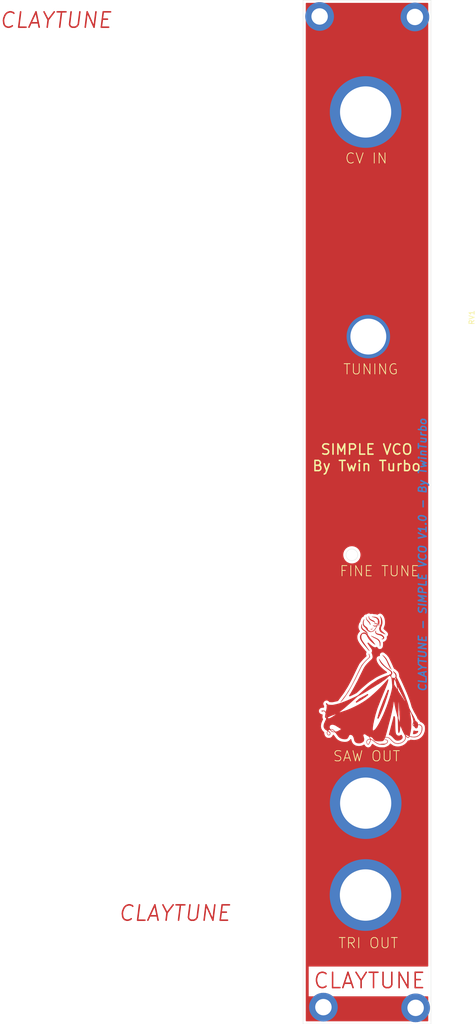
<source format=kicad_pcb>
(kicad_pcb (version 20171130) (host pcbnew 5.1.5-52549c5~86~ubuntu18.04.1)
  (layers (0 F.Cu signal) (31 B.Cu signal) (34 B.Paste user) (35 F.Paste user) (36 B.SilkS user) (37 F.SilkS user) (38 B.Mask user) (39 F.Mask user) (44 Edge.Cuts user))
  (net 0 "")
  (net 1 GND)
  (module ROBSLIBRARY:PANEL-LMNC (layer F.Cu) (at 110.99 216.96)
    (fp_text reference J2 hide)
    (fp_text value IN2)
    (pad 1 thru_hole circle (at -1.28 5.34) (size 14 14) (drill 10) (layers *.Cu *.Mask))
  )
  (module ROBSLIBRARY:PANEL-LMNC (layer F.Cu) (at 111.02 199.01)
    (fp_text reference J2 hide)
    (fp_text value IN2)
    (pad 1 thru_hole circle (at -1.28 5.34) (size 14 14) (drill 10) (layers *.Cu *.Mask))
  )
  (module MountingHole:MountingHole_3.2mm_M3_DIN965_Pad (layer F.Cu) (at 119.5 244.34)
    (fp_text reference H1 hide)
    (fp_text value MountingHole_Pad)
    (pad 1 thru_hole circle (at 0 0) (size 5.6 5.6) (drill 3.2) (layers *.Cu *.Mask) (net 1 GND))
  )
  (module MountingHole:MountingHole_3.2mm_M3_DIN965_Pad (layer F.Cu) (at 101.48 244.2)
    (fp_text reference H1 hide)
    (fp_text value MountingHole_Pad)
    (pad 1 thru_hole circle (at 0 0) (size 5.6 5.6) (drill 3.2) (layers *.Cu *.Mask) (net 1 GND))
  )
  (module MountingHole:MountingHole_3.2mm_M3_DIN965_Pad (layer F.Cu) (at 100.74 50.69)
    (fp_text reference H1 hide)
    (fp_text value MountingHole_Pad)
    (pad 1 thru_hole circle (at 0 0) (size 5.6 5.6) (drill 3.2) (layers *.Cu *.Mask) (net 1 GND))
  )
  (module MountingHole:MountingHole_3.2mm_M3_DIN965_Pad (layer F.Cu) (at 119.36 50.79)
    (fp_text reference H1 hide)
    (fp_text value MountingHole_Pad)
    (pad 1 thru_hole circle (at 0 0) (size 5.6 5.6) (drill 3.2) (layers *.Cu *.Mask) (net 1 GND))
  )
  (module ROBSLIBRARY:RD901FPANEL (layer F.Cu) (at 112.76 105.72 270)
    (fp_text reference RV1 (at 3.77434 -17.71386 270) (layer F.SilkS))
    (fp_text value "Attack B100K")
    (pad 4 thru_hole circle (at 7.5 2.5 270) (size 8.5 8.5) (drill 7) (layers *.Cu *.Mask))
  )
  (module ROBSLIBRARY:PANEL-LMNC (layer F.Cu) (at 111.01 64.01)
    (fp_text reference J2 hide)
    (fp_text value IN2)
    (pad 1 thru_hole circle (at -1.28 5.34) (size 14 14) (drill 10) (layers *.Cu *.Mask))
  )
  (module ROBSLIBRARY:GFX1FC (layer F.Cu) (at 110.998 179.832)
    (fp_text reference G*** hide)
    (fp_text value LOGO hide)
    (fp_poly (pts (xy 1.411526 -3.663938) (xy 1.446125 -3.60742) (xy 1.489177 -3.527163) (xy 1.5001 -3.505457) (xy 1.565995 -3.388445) (xy 1.657432 -3.247325) (xy 1.765098 -3.095015) (xy 1.879674 -2.944429) (xy 1.991847 -2.808484) (xy 2.047919 -2.745946) (xy 2.124257 -2.662446) (xy 2.202454 -2.574599) (xy 2.240437 -2.530798) (xy 2.322617 -2.441352) (xy 2.429521 -2.334476) (xy 2.54618 -2.224528) (xy 2.657629 -2.125866) (xy 2.695095 -2.094649) (xy 2.751527 -2.048089) (xy 2.78974 -2.015494) (xy 2.796796 -2.00896) (xy 2.83933 -1.971166) (xy 2.913167 -1.911633) (xy 3.008148 -1.838061) (xy 3.114111 -1.758147) (xy 3.220899 -1.679593) (xy 3.318349 -1.610096) (xy 3.368869 -1.57544) (xy 3.555944 -1.444727) (xy 3.700762 -1.330494) (xy 3.807182 -1.227803) (xy 3.879065 -1.131716) (xy 3.920273 -1.037295) (xy 3.934667 -0.939599) (xy 3.929772 -0.858013) (xy 3.909399 -0.77354) (xy 3.871748 -0.669736) (xy 3.824578 -0.564115) (xy 3.775645 -0.474195) (xy 3.736138 -0.42079) (xy 3.713857 -0.366651) (xy 3.721587 -0.295504) (xy 3.749441 -0.240044) (xy 3.77925 -0.175397) (xy 3.787579 -0.124711) (xy 3.810335 -0.046348) (xy 3.873661 0.004616) (xy 3.973496 0.02515) (xy 3.9887 0.025426) (xy 4.078548 0.035415) (xy 4.161838 0.060021) (xy 4.173954 0.065728) (xy 4.238353 0.090131) (xy 4.277185 0.08059) (xy 4.279478 0.07844) (xy 4.326165 0.054512) (xy 4.383558 0.050683) (xy 4.431369 0.065179) (xy 4.449449 0.093318) (xy 4.459634 0.138965) (xy 4.485972 0.209842) (xy 4.522139 0.292597) (xy 4.56181 0.373878) (xy 4.59866 0.440332) (xy 4.626365 0.478609) (xy 4.634077 0.483084) (xy 4.646709 0.461273) (xy 4.642425 0.405365) (xy 4.641439 0.400451) (xy 4.628201 0.326377) (xy 4.613682 0.230023) (xy 4.606772 0.177978) (xy 4.594573 0.097874) (xy 4.579563 0.056933) (xy 4.555291 0.043598) (xy 4.532082 0.044195) (xy 4.487453 0.032551) (xy 4.473059 -0.001002) (xy 4.497357 -0.036313) (xy 4.4981 -0.036778) (xy 4.522206 -0.066669) (xy 4.556786 -0.12604) (xy 4.574326 -0.160617) (xy 4.602629 -0.222335) (xy 4.614179 -0.268409) (xy 4.609299 -0.318193) (xy 4.58831 -0.391039) (xy 4.578661 -0.421087) (xy 4.549565 -0.515097) (xy 4.52513 -0.600567) (xy 4.513848 -0.645242) (xy 4.488813 -0.699361) (xy 4.437881 -0.773807) (xy 4.371562 -0.853403) (xy 4.364212 -0.861358) (xy 4.248108 -0.988545) (xy 4.166447 -1.084995) (xy 4.116318 -1.154471) (xy 4.094808 -1.200739) (xy 4.093493 -1.211371) (xy 4.109506 -1.237893) (xy 4.154466 -1.228563) (xy 4.223752 -1.185729) (xy 4.312745 -1.111737) (xy 4.340328 -1.085982) (xy 4.419006 -1.014601) (xy 4.495069 -0.951711) (xy 4.549887 -0.912366) (xy 4.610573 -0.857584) (xy 4.661104 -0.782897) (xy 4.667141 -0.769898) (xy 4.714637 -0.64057) (xy 4.750295 -0.50756) (xy 4.772573 -0.381678) (xy 4.77993 -0.273735) (xy 4.770825 -0.194541) (xy 4.75381 -0.161978) (xy 4.743151 -0.127704) (xy 4.762068 -0.070487) (xy 4.812862 0.015303) (xy 4.846162 0.063922) (xy 4.873665 0.110244) (xy 4.918856 0.194672) (xy 4.977803 0.309287) (xy 5.046573 0.446172) (xy 5.121232 0.597406) (xy 5.197847 0.755071) (xy 5.272485 0.911248) (xy 5.341212 1.05802) (xy 5.357458 1.093294) (xy 5.402307 1.190469) (xy 5.456599 1.307284) (xy 5.505144 1.411112) (xy 5.551721 1.51131) (xy 5.59502 1.606087) (xy 5.626007 1.675665) (xy 5.62705 1.678079) (xy 5.656956 1.7462) (xy 5.69906 1.840601) (xy 5.744447 1.9413) (xy 5.746146 1.945045) (xy 5.791573 2.045603) (xy 5.834195 2.140631) (xy 5.865046 2.210136) (xy 5.865869 2.212012) (xy 5.898852 2.286227) (xy 5.94147 2.380787) (xy 5.968796 2.440841) (xy 6.041927 2.60427) (xy 6.100007 2.742502) (xy 6.121561 2.796797) (xy 6.145193 2.853444) (xy 6.181579 2.936548) (xy 6.215946 3.012913) (xy 6.25535 3.100278) (xy 6.288366 3.175185) (xy 6.305752 3.216317) (xy 6.324793 3.264464) (xy 6.355957 3.343553) (xy 6.392783 3.437193) (xy 6.395908 3.445146) (xy 6.44081 3.556527) (xy 6.488734 3.670922) (xy 6.525508 3.755033) (xy 6.558432 3.83379) (xy 6.580106 3.897108) (xy 6.585185 3.922748) (xy 6.596798 3.972057) (xy 6.62754 4.050444) (xy 6.671266 4.142865) (xy 6.688522 4.175782) (xy 6.709291 4.239856) (xy 6.712312 4.269626) (xy 6.72391 4.318443) (xy 6.737737 4.335035) (xy 6.759403 4.371043) (xy 6.763163 4.398039) (xy 6.774252 4.451958) (xy 6.801372 4.521345) (xy 6.805603 4.530022) (xy 6.849412 4.618461) (xy 6.874849 4.673872) (xy 6.886814 4.70844) (xy 6.890207 4.734351) (xy 6.89029 4.740635) (xy 6.899854 4.78857) (xy 6.923164 4.855035) (xy 6.925984 4.86175) (xy 6.955681 4.940925) (xy 6.985499 5.034839) (xy 6.992446 5.05966) (xy 7.015417 5.140827) (xy 7.036439 5.208317) (xy 7.042267 5.224925) (xy 7.090495 5.363459) (xy 7.125086 5.483205) (xy 7.142923 5.572798) (xy 7.14467 5.59845) (xy 7.153112 5.654757) (xy 7.16997 5.682583) (xy 7.188266 5.716943) (xy 7.195395 5.773298) (xy 7.206893 5.819334) (xy 7.239854 5.905109) (xy 7.291974 6.025405) (xy 7.360954 6.175006) (xy 7.44449 6.348692) (xy 7.489147 6.439215) (xy 7.581869 6.625575) (xy 7.655304 6.772599) (xy 7.712716 6.886529) (xy 7.757371 6.973605) (xy 7.792532 7.040068) (xy 7.821464 7.092159) (xy 7.847432 7.13612) (xy 7.8737 7.17819) (xy 7.884637 7.195287) (xy 7.918277 7.250852) (xy 7.965275 7.332337) (xy 8.009585 7.411512) (xy 8.064982 7.511935) (xy 8.121586 7.614358) (xy 8.157094 7.678479) (xy 8.194852 7.746964) (xy 8.223205 7.800386) (xy 8.250145 7.854784) (xy 8.283664 7.926196) (xy 8.321809 8.009009) (xy 8.363332 8.105745) (xy 8.400154 8.202204) (xy 8.416122 8.250551) (xy 8.459595 8.379759) (xy 8.503406 8.466857) (xy 8.553365 8.520294) (xy 8.615282 8.548514) (xy 8.62228 8.550257) (xy 8.722872 8.59777) (xy 8.813923 8.684104) (xy 8.887389 8.797249) (xy 8.935231 8.925197) (xy 8.949749 9.039254) (xy 8.949749 9.127728) (xy 9.116478 9.127728) (xy 9.276849 9.145939) (xy 9.423563 9.203549) (xy 9.566612 9.305024) (xy 9.617603 9.351672) (xy 9.697197 9.437208) (xy 9.752689 9.522501) (xy 9.78803 9.619431) (xy 9.807172 9.739874) (xy 9.814066 9.895708) (xy 9.81434 9.943013) (xy 9.811049 10.105137) (xy 9.798839 10.235589) (xy 9.774435 10.353234) (xy 9.734569 10.476937) (xy 9.711013 10.538839) (xy 9.690639 10.592636) (xy 9.661851 10.670815) (xy 9.647469 10.710461) (xy 9.618615 10.779455) (xy 9.59271 10.823172) (xy 9.581931 10.831232) (xy 9.56407 10.852557) (xy 9.55996 10.882083) (xy 9.551007 10.923423) (xy 9.538615 10.932933) (xy 9.513593 10.953451) (xy 9.488331 10.996451) (xy 9.432325 11.084756) (xy 9.344546 11.18303) (xy 9.23486 11.283815) (xy 9.113132 11.379657) (xy 8.989227 11.463099) (xy 8.87301 11.526686) (xy 8.774347 11.562961) (xy 8.731347 11.568569) (xy 8.679929 11.577229) (xy 8.659323 11.590814) (xy 8.629392 11.604771) (xy 8.561915 11.622288) (xy 8.46975 11.64019) (xy 8.439113 11.645176) (xy 8.354602 11.656943) (xy 8.276496 11.663675) (xy 8.193907 11.665152) (xy 8.095949 11.66115) (xy 7.971737 11.651448) (xy 7.810383 11.635824) (xy 7.767931 11.631478) (xy 7.705563 11.621935) (xy 7.624392 11.603152) (xy 7.513658 11.572423) (xy 7.409706 11.541421) (xy 7.329271 11.521229) (xy 7.286251 11.523139) (xy 7.271894 11.547935) (xy 7.271671 11.553796) (xy 7.252281 11.624572) (xy 7.204429 11.696055) (xy 7.143595 11.748097) (xy 7.112762 11.760618) (xy 7.026572 11.770117) (xy 6.944008 11.755792) (xy 6.856276 11.713471) (xy 6.75458 11.638985) (xy 6.637979 11.535527) (xy 6.57727 11.48041) (xy 6.546159 11.458307) (xy 6.538245 11.466312) (xy 6.544518 11.493113) (xy 6.580719 11.694965) (xy 6.566542 11.893385) (xy 6.50242 12.086948) (xy 6.388786 12.27423) (xy 6.263524 12.417572) (xy 6.086945 12.570338) (xy 5.890423 12.699426) (xy 5.689449 12.795358) (xy 5.593593 12.827515) (xy 5.488425 12.858056) (xy 5.380387 12.890541) (xy 5.335927 12.904345) (xy 5.196199 12.932182) (xy 5.028697 12.940706) (xy 4.850465 12.931241) (xy 4.678546 12.905108) (xy 4.529984 12.86363) (xy 4.468863 12.837077) (xy 4.41837 12.817792) (xy 4.39759 12.814415) (xy 4.362228 12.799048) (xy 4.297909 12.757793) (xy 4.214233 12.697921) (xy 4.120796 12.626703) (xy 4.027196 12.551409) (xy 3.943029 12.47931) (xy 3.89009 12.429955) (xy 3.821131 12.359275) (xy 3.733628 12.265873) (xy 3.642261 12.165524) (xy 3.604172 12.12273) (xy 3.453457 11.97218) (xy 3.294804 11.850164) (xy 3.138736 11.764196) (xy 3.063763 11.736724) (xy 3.002208 11.7247) (xy 2.908039 11.713203) (xy 2.799466 11.704365) (xy 2.776277 11.703033) (xy 2.649391 11.700305) (xy 2.564992 11.709841) (xy 2.515619 11.734354) (xy 2.493812 11.77656) (xy 2.490883 11.806867) (xy 2.475005 11.870522) (xy 2.452745 11.910315) (xy 2.423102 11.966073) (xy 2.415415 12.00172) (xy 2.397724 12.049546) (xy 2.364564 12.08979) (xy 2.326463 12.134243) (xy 2.313713 12.16518) (xy 2.29456 12.20666) (xy 2.245886 12.263274) (xy 2.180869 12.322542) (xy 2.11269 12.371985) (xy 2.073398 12.392745) (xy 1.996416 12.412651) (xy 1.87874 12.427802) (xy 1.730304 12.438187) (xy 1.561043 12.443792) (xy 1.380892 12.444608) (xy 1.199784 12.440622) (xy 1.027656 12.431821) (xy 0.874441 12.418194) (xy 0.750074 12.39973) (xy 0.724624 12.39435) (xy 0.545643 12.328129) (xy 0.390689 12.21838) (xy 0.263733 12.068302) (xy 0.21391 11.982886) (xy 0.146019 11.874396) (xy 0.135534 11.861926) (xy 2.223257 11.861926) (xy 2.243584 11.873541) (xy 2.249255 11.873674) (xy 2.281303 11.852428) (xy 2.288288 11.822823) (xy 2.283317 11.781441) (xy 2.27647 11.771972) (xy 2.256772 11.791436) (xy 2.237437 11.822823) (xy 2.223257 11.861926) (xy 0.135534 11.861926) (xy 0.06241 11.774967) (xy -0.022722 11.700568) (xy -0.05415 11.681328) (xy -0.158188 11.633957) (xy -0.200301 11.61942) (xy 2.591089 11.61942) (xy 2.808482 11.61942) (xy 2.929713 11.622325) (xy 3.019246 11.633339) (xy 3.096021 11.655909) (xy 3.157636 11.682983) (xy 3.232611 11.717554) (xy 3.28903 11.740639) (xy 3.30987 11.746547) (xy 3.34549 11.761695) (xy 3.406026 11.808197) (xy 3.493157 11.887637) (xy 3.608564 12.0016) (xy 3.753924 12.151671) (xy 3.877377 12.282228) (xy 4.029225 12.432031) (xy 4.183088 12.561823) (xy 4.331943 12.666909) (xy 4.468765 12.742593) (xy 4.586532 12.784181) (xy 4.638093 12.790776) (xy 4.712513 12.799238) (xy 4.767267 12.814415) (xy 4.833396 12.828835) (xy 4.935722 12.834952) (xy 5.060308 12.832977) (xy 5.193219 12.823124) (xy 5.318185 12.806016) (xy 5.406723 12.788273) (xy 5.474633 12.770631) (xy 5.506757 12.757174) (xy 5.546706 12.740191) (xy 5.567575 12.738139) (xy 5.60891 12.727409) (xy 5.681674 12.698905) (xy 5.772099 12.658157) (xy 5.798523 12.645397) (xy 5.958098 12.550559) (xy 6.112873 12.428639) (xy 6.250363 12.291412) (xy 6.358081 12.150654) (xy 6.398299 12.079737) (xy 6.42949 12.01141) (xy 6.449634 11.95016) (xy 6.46104 11.881738) (xy 6.46602 11.791894) (xy 6.466883 11.666378) (xy 6.466853 11.656905) (xy 6.465381 11.529894) (xy 6.460452 11.440212) (xy 6.449706 11.374348) (xy 6.430781 11.318792) (xy 6.401316 11.260033) (xy 6.395737 11.249921) (xy 6.353788 11.175959) (xy 6.333493 11.141867) (xy 6.498573 11.141867) (xy 6.510206 11.176656) (xy 6.542334 11.230796) (xy 6.590501 11.298091) (xy 6.65025 11.372349) (xy 6.717123 11.447374) (xy 6.786664 11.516973) (xy 6.854416 11.574952) (xy 6.859481 11.578794) (xy 6.967506 11.645655) (xy 7.054338 11.667345) (xy 7.121789 11.644044) (xy 7.154333 11.607602) (xy 7.186634 11.539237) (xy 7.193362 11.480718) (xy 7.174302 11.445796) (xy 7.156912 11.441442) (xy 7.102038 11.429799) (xy 7.074279 11.417806) (xy 7.032633 11.396642) (xy 6.986322 11.373733) (xy 7.337844 11.373733) (xy 7.366506 11.42326) (xy 7.43341 11.441436) (xy 7.434965 11.441442) (xy 7.4905 11.451155) (xy 7.514484 11.464263) (xy 7.553626 11.481906) (xy 7.620715 11.497271) (xy 7.64034 11.500146) (xy 7.733838 11.515849) (xy 7.824507 11.536486) (xy 7.831031 11.538286) (xy 7.951762 11.558928) (xy 8.103177 11.565191) (xy 8.267351 11.557631) (xy 8.426358 11.536802) (xy 8.515904 11.517092) (xy 8.625278 11.484881) (xy 8.730741 11.44864) (xy 8.809575 11.416178) (xy 8.809967 11.415989) (xy 8.878419 11.385346) (xy 8.928807 11.367248) (xy 8.94027 11.365166) (xy 8.976241 11.349339) (xy 9.015528 11.318638) (xy 9.074182 11.270167) (xy 9.136278 11.225715) (xy 9.201729 11.168248) (xy 9.278613 11.07831) (xy 9.36031 10.966508) (xy 9.440204 10.843452) (xy 9.511677 10.71975) (xy 9.568112 10.606011) (xy 9.602892 10.512841) (xy 9.610811 10.464989) (xy 9.6221 10.411587) (xy 9.646183 10.353242) (xy 9.661461 10.297389) (xy 9.673414 10.203961) (xy 9.681722 10.08615) (xy 9.68606 9.957142) (xy 9.686107 9.830128) (xy 9.68154 9.718296) (xy 9.672037 9.634835) (xy 9.664465 9.605474) (xy 9.597219 9.492123) (xy 9.490458 9.387428) (xy 9.355516 9.299522) (xy 9.203725 9.236536) (xy 9.122192 9.216386) (xy 9.047317 9.212445) (xy 8.995371 9.23861) (xy 8.98898 9.244683) (xy 8.958797 9.280418) (xy 8.966837 9.304862) (xy 8.991424 9.324523) (xy 9.023774 9.353008) (xy 9.014713 9.372245) (xy 8.994244 9.384714) (xy 8.957733 9.428759) (xy 8.949749 9.46421) (xy 8.943023 9.517626) (xy 8.925639 9.599295) (xy 8.907976 9.667364) (xy 8.861304 9.789446) (xy 8.798817 9.867466) (xy 8.713834 9.907388) (xy 8.629387 9.915916) (xy 8.512617 9.89126) (xy 8.408124 9.817965) (xy 8.317191 9.697038) (xy 8.292474 9.651077) (xy 8.232531 9.558609) (xy 8.154561 9.497689) (xy 8.127881 9.484112) (xy 8.028297 9.424593) (xy 7.965661 9.351455) (xy 7.933203 9.252954) (xy 7.924178 9.130759) (xy 7.924842 9.108368) (xy 8.017678 9.108368) (xy 8.039344 9.223345) (xy 8.086809 9.307846) (xy 8.136587 9.365753) (xy 8.169376 9.379161) (xy 8.181818 9.348388) (xy 8.17635 9.29935) (xy 8.162935 9.227437) (xy 8.146032 9.131126) (xy 8.135066 9.066023) (xy 8.119963 8.98399) (xy 8.106089 8.924483) (xy 8.098071 8.90321) (xy 8.082025 8.916395) (xy 8.056107 8.96391) (xy 8.045221 8.988576) (xy 8.017678 9.108368) (xy 7.924842 9.108368) (xy 7.927223 9.028201) (xy 7.941906 8.953597) (xy 7.973973 8.884394) (xy 7.996218 8.848048) (xy 8.039614 8.771151) (xy 8.060344 8.701466) (xy 8.064743 8.613982) (xy 8.063845 8.581082) (xy 8.05698 8.483475) (xy 8.045261 8.39485) (xy 8.036016 8.352253) (xy 8.019424 8.289678) (xy 7.996689 8.196745) (xy 7.972529 8.092777) (xy 7.970839 8.085286) (xy 7.94289 7.970798) (xy 7.908059 7.84219) (xy 7.870195 7.71225) (xy 7.83315 7.593768) (xy 7.800777 7.499535) (xy 7.777608 7.443639) (xy 7.757899 7.386927) (xy 7.754754 7.361869) (xy 7.745103 7.315569) (xy 7.72112 7.247284) (xy 7.713092 7.22804) (xy 7.681316 7.153145) (xy 7.655743 7.090346) (xy 7.652121 7.080981) (xy 7.617884 7.000491) (xy 7.567718 6.894278) (xy 7.510497 6.781012) (xy 7.501111 6.763164) (xy 7.464703 6.691331) (xy 7.436431 6.630455) (xy 7.433459 6.623324) (xy 7.420294 6.603858) (xy 7.411174 6.626581) (xy 7.404491 6.692378) (xy 7.404925 6.775536) (xy 7.415893 6.844159) (xy 7.422866 6.862328) (xy 7.440188 6.919783) (xy 7.449259 6.99883) (xy 7.449649 7.017418) (xy 7.456437 7.098212) (xy 7.473226 7.165067) (xy 7.477905 7.175259) (xy 7.49411 7.224927) (xy 7.511579 7.308945) (xy 7.527045 7.411015) (xy 7.529845 7.434198) (xy 7.552227 7.628654) (xy 7.57001 7.782104) (xy 7.584334 7.904069) (xy 7.59634 8.004067) (xy 7.607168 8.091619) (xy 7.617958 8.176246) (xy 7.627633 8.250551) (xy 7.641296 8.386004) (xy 7.651508 8.551652) (xy 7.65838 8.739578) (xy 7.662019 8.941862) (xy 7.662535 9.150588) (xy 7.660036 9.357837) (xy 7.654631 9.555692) (xy 7.646429 9.736234) (xy 7.635538 9.891547) (xy 7.622067 10.013711) (xy 7.606125 10.09481) (xy 7.602137 10.106777) (xy 7.585055 10.177871) (xy 7.576893 10.263292) (xy 7.576776 10.273163) (xy 7.574775 10.330749) (xy 7.567409 10.393905) (xy 7.552638 10.47395) (xy 7.52842 10.582207) (xy 7.499067 10.704105) (xy 7.47576 10.802074) (xy 7.453293 10.900747) (xy 7.449027 10.920221) (xy 7.417792 11.061071) (xy 7.39322 11.162897) (xy 7.372467 11.236632) (xy 7.352688 11.293205) (xy 7.350654 11.298338) (xy 7.337844 11.373733) (xy 6.986322 11.373733) (xy 6.958068 11.359757) (xy 6.863474 11.313503) (xy 6.814014 11.289489) (xy 6.714338 11.24031) (xy 6.6286 11.196373) (xy 6.569679 11.164351) (xy 6.554623 11.155115) (xy 6.511893 11.132622) (xy 6.498573 11.141867) (xy 6.333493 11.141867) (xy 6.319963 11.119139) (xy 6.306213 11.098199) (xy 6.273134 11.046717) (xy 6.22375 10.959864) (xy 6.163548 10.848212) (xy 6.098016 10.722335) (xy 6.032643 10.592803) (xy 5.972916 10.470191) (xy 5.924323 10.365072) (xy 5.916889 10.348149) (xy 5.883151 10.270975) (xy 5.84157 10.176466) (xy 5.821936 10.132032) (xy 5.781696 10.039834) (xy 5.743591 9.950449) (xy 5.729243 9.915916) (xy 5.698367 9.844387) (xy 5.671126 9.787422) (xy 5.668638 9.782778) (xy 5.647553 9.718901) (xy 5.644444 9.688933) (xy 5.633783 9.640757) (xy 5.620975 9.624733) (xy 5.59927 9.591621) (xy 5.580768 9.534022) (xy 5.563117 9.479118) (xy 5.54589 9.473344) (xy 5.529932 9.514982) (xy 5.51609 9.602313) (xy 5.508822 9.680193) (xy 5.493676 9.849168) (xy 5.474399 10.019847) (xy 5.452425 10.182925) (xy 5.429188 10.329094) (xy 5.406123 10.449047) (xy 5.384664 10.533479) (xy 5.372603 10.564265) (xy 5.327526 10.659472) (xy 5.28637 10.764366) (xy 5.278879 10.786737) (xy 5.246503 10.824718) (xy 5.200547 10.82636) (xy 5.171356 10.801409) (xy 5.147724 10.749424) (xy 5.126924 10.672749) (xy 5.108741 10.568373) (xy 5.092961 10.433287) (xy 5.07937 10.264478) (xy 5.067753 10.058937) (xy 5.057897 9.813653) (xy 5.049586 9.525617) (xy 5.042606 9.191816) (xy 5.038474 8.934548) (xy 5.033397 8.619832) (xy 5.027968 8.354696) (xy 5.02214 8.13787) (xy 5.015863 7.968086) (xy 5.009091 7.844073) (xy 5.001776 7.764561) (xy 4.993869 7.728281) (xy 4.992934 7.726841) (xy 4.967616 7.676397) (xy 4.950532 7.614915) (xy 4.933058 7.535149) (xy 4.912325 7.457417) (xy 5.129841 7.457417) (xy 5.130201 7.598608) (xy 5.131729 7.713691) (xy 5.134484 7.8062) (xy 5.138521 7.879667) (xy 5.143897 7.937628) (xy 5.150669 7.983616) (xy 5.158894 8.021165) (xy 5.168628 8.053808) (xy 5.179927 8.08508) (xy 5.184899 8.097998) (xy 5.239667 8.247172) (xy 5.272878 8.357096) (xy 5.281614 8.397058) (xy 5.298292 8.453257) (xy 5.316845 8.481192) (xy 5.334442 8.514795) (xy 5.339339 8.555077) (xy 5.347193 8.626663) (xy 5.366794 8.678963) (xy 5.38819 8.695496) (xy 5.39294 8.671266) (xy 5.396408 8.603333) (xy 5.398488 8.49883) (xy 5.399076 8.364892) (xy 5.398063 8.208651) (xy 5.396806 8.117067) (xy 5.39301 7.942517) (xy 5.38763 7.777855) (xy 5.381111 7.632368) (xy 5.373895 7.515344) (xy 5.366425 7.43607) (xy 5.363388 7.416617) (xy 5.353766 7.341865) (xy 5.345949 7.231842) (xy 5.340809 7.102119) (xy 5.339192 6.984385) (xy 5.336852 6.845956) (xy 5.330626 6.709431) (xy 5.321511 6.592096) (xy 5.31246 6.521622) (xy 5.30299 6.44854) (xy 5.292366 6.335384) (xy 5.281406 6.192891) (xy 5.270931 6.031799) (xy 5.261761 5.862847) (xy 5.261038 5.847848) (xy 5.248359 5.583523) (xy 5.23766 5.365483) (xy 5.228636 5.189212) (xy 5.220981 5.050195) (xy 5.214392 4.943917) (xy 5.208562 4.865862) (xy 5.203186 4.811517) (xy 5.19796 4.776365) (xy 5.192579 4.755891) (xy 5.186737 4.745581) (xy 5.186552 4.745381) (xy 5.181938 4.76535) (xy 5.176946 4.831213) (xy 5.171742 4.938019) (xy 5.166493 5.080816) (xy 5.161363 5.25465) (xy 5.15652 5.45457) (xy 5.152129 5.675622) (xy 5.149057 5.8641) (xy 5.143593 6.236151) (xy 5.138958 6.560892) (xy 5.135209 6.841854) (xy 5.132402 7.082574) (xy 5.130593 7.286583) (xy 5.129841 7.457417) (xy 4.912325 7.457417) (xy 4.91036 7.45005) (xy 4.910241 7.44965) (xy 4.887406 7.373039) (xy 4.858341 7.275707) (xy 4.841931 7.220821) (xy 4.813788 7.120991) (xy 4.788671 7.022356) (xy 4.778944 6.97928) (xy 4.760102 6.896803) (xy 4.734212 6.793204) (xy 4.716128 6.725025) (xy 4.689543 6.626075) (xy 4.665099 6.532425) (xy 4.652796 6.483484) (xy 4.608715 6.301284) (xy 4.574591 6.156702) (xy 4.547926 6.038054) (xy 4.526223 5.933655) (xy 4.506985 5.831821) (xy 4.487715 5.720867) (xy 4.480234 5.676114) (xy 4.463471 5.596092) (xy 4.44431 5.53365) (xy 4.436501 5.517205) (xy 4.419635 5.471624) (xy 4.401839 5.395603) (xy 4.39214 5.33934) (xy 4.364632 5.158685) (xy 4.340871 5.015631) (xy 4.318555 4.89729) (xy 4.295378 4.790775) (xy 4.289844 4.767268) (xy 4.269381 4.691832) (xy 4.25292 4.659335) (xy 4.238996 4.671638) (xy 4.226141 4.730605) (xy 4.212889 4.838096) (xy 4.209721 4.868969) (xy 4.194681 5.000783) (xy 4.174273 5.154359) (xy 4.150518 5.316713) (xy 4.125443 5.474862) (xy 4.101068 5.615821) (xy 4.079419 5.726606) (xy 4.06914 5.771021) (xy 4.0514 5.846825) (xy 4.030258 5.946118) (xy 4.016935 6.013114) (xy 3.985086 6.17393) (xy 3.953042 6.326742) (xy 3.923398 6.459744) (xy 3.898746 6.561128) (xy 3.888084 6.599703) (xy 3.870775 6.680314) (xy 3.864664 6.747571) (xy 3.854619 6.820378) (xy 3.837439 6.868228) (xy 3.816993 6.92246) (xy 3.795379 7.003656) (xy 3.785483 7.05089) (xy 3.766545 7.151587) (xy 3.747697 7.251459) (xy 3.741286 7.285315) (xy 3.72441 7.358074) (xy 3.706715 7.411079) (xy 3.70271 7.418867) (xy 3.687383 7.460273) (xy 3.669042 7.532435) (xy 3.658613 7.583202) (xy 3.623873 7.759297) (xy 3.589257 7.912127) (xy 3.548595 8.068888) (xy 3.54759 8.072573) (xy 3.500574 8.248243) (xy 3.464579 8.391406) (xy 3.43665 8.513121) (xy 3.418639 8.583254) (xy 3.4011 8.632829) (xy 3.398061 8.638549) (xy 3.382787 8.678682) (xy 3.363719 8.748675) (xy 3.354462 8.789142) (xy 3.318676 8.946391) (xy 3.279382 9.095857) (xy 3.240391 9.22943) (xy 3.21209 9.329229) (xy 3.186842 9.427842) (xy 3.177058 9.470971) (xy 3.156814 9.555671) (xy 3.128833 9.65844) (xy 3.112813 9.712513) (xy 3.085913 9.810248) (xy 3.064738 9.905328) (xy 3.057741 9.947857) (xy 3.044379 10.013425) (xy 3.026706 10.05397) (xy 3.02294 10.057416) (xy 3.005701 10.090774) (xy 2.999299 10.139889) (xy 2.98552 10.215263) (xy 2.962062 10.271872) (xy 2.934999 10.345116) (xy 2.924825 10.416568) (xy 2.916946 10.477644) (xy 2.899163 10.512976) (xy 2.898498 10.513414) (xy 2.880505 10.547511) (xy 2.872204 10.608135) (xy 2.872172 10.61026) (xy 2.859678 10.690727) (xy 2.834935 10.754955) (xy 2.806739 10.828353) (xy 2.797697 10.886938) (xy 2.78848 10.943276) (xy 2.771371 10.971071) (xy 2.754054 11.004942) (xy 2.746016 11.06633) (xy 2.745946 11.072773) (xy 2.739896 11.134979) (xy 2.725155 11.171351) (xy 2.723403 11.172694) (xy 2.704482 11.204728) (xy 2.686242 11.266302) (xy 2.682989 11.282252) (xy 2.666383 11.351218) (xy 2.648368 11.398574) (xy 2.645284 11.403304) (xy 2.628006 11.443596) (xy 2.610926 11.510194) (xy 2.608269 11.524074) (xy 2.591089 11.61942) (xy -0.200301 11.61942) (xy -0.259316 11.599049) (xy -0.34981 11.577514) (xy -0.421947 11.570262) (xy -0.468004 11.578204) (xy -0.480258 11.602249) (xy -0.460798 11.633404) (xy -0.429329 11.677719) (xy -0.389478 11.746621) (xy -0.349801 11.823464) (xy -0.318855 11.891603) (xy -0.305195 11.934393) (xy -0.305105 11.936278) (xy -0.283963 11.968989) (xy -0.23278 12.006379) (xy -0.169919 12.037547) (xy -0.113744 12.051592) (xy -0.110755 12.051652) (xy -0.076016 12.065924) (xy -0.009714 12.104575) (xy 0.079118 12.161357) (xy 0.181449 12.230022) (xy 0.288246 12.304324) (xy 0.390479 12.378014) (xy 0.479115 12.444845) (xy 0.545123 12.498569) (xy 0.572072 12.523991) (xy 0.605321 12.552429) (xy 0.663381 12.596163) (xy 0.732978 12.645893) (xy 0.800838 12.69232) (xy 0.853688 12.726144) (xy 0.877741 12.738139) (xy 0.905197 12.750553) (xy 0.959767 12.782022) (xy 0.991591 12.801702) (xy 1.063396 12.840318) (xy 1.125901 12.86287) (xy 1.143639 12.865266) (xy 1.185228 12.875819) (xy 1.194995 12.890691) (xy 1.216661 12.910129) (xy 1.255652 12.916117) (xy 1.322355 12.927985) (xy 1.389135 12.954098) (xy 1.47033 12.982541) (xy 1.554806 12.991171) (xy 1.62279 12.979099) (xy 1.643897 12.965553) (xy 1.678831 12.955315) (xy 1.758502 12.945966) (xy 1.876799 12.937964) (xy 2.027608 12.931769) (xy 2.127987 12.929176) (xy 2.294758 12.925158) (xy 2.419021 12.920429) (xy 2.509116 12.914039) (xy 2.573386 12.905039) (xy 2.620171 12.892478) (xy 2.657815 12.875408) (xy 2.671948 12.867246) (xy 2.737819 12.828867) (xy 2.78986 12.800934) (xy 2.796796 12.797645) (xy 2.871431 12.742845) (xy 2.935209 12.660191) (xy 2.973654 12.570465) (xy 2.978729 12.536512) (xy 2.979129 12.418161) (xy 2.967095 12.340973) (xy 2.9413 12.296489) (xy 2.941048 12.296255) (xy 2.867484 12.243717) (xy 2.77909 12.201253) (xy 2.699415 12.179659) (xy 2.684815 12.178779) (xy 2.635874 12.170874) (xy 2.618819 12.154889) (xy 2.596425 12.137151) (xy 2.541332 12.124384) (xy 2.529298 12.123107) (xy 2.467545 12.109646) (xy 2.442512 12.08961) (xy 2.457322 12.072606) (xy 2.511396 12.068024) (xy 2.588367 12.077832) (xy 2.677324 12.097165) (xy 2.7603 12.121185) (xy 2.819331 12.145052) (xy 2.833663 12.154812) (xy 2.879351 12.177255) (xy 2.897227 12.179625) (xy 2.949309 12.197627) (xy 3.004472 12.238747) (xy 3.043449 12.286498) (xy 3.051051 12.311253) (xy 3.067735 12.360129) (xy 3.079384 12.37492) (xy 3.089732 12.414942) (xy 3.084538 12.484805) (xy 3.067533 12.567293) (xy 3.042452 12.645191) (xy 3.013024 12.701282) (xy 3.007136 12.708173) (xy 2.979436 12.746734) (xy 2.974774 12.762001) (xy 2.954897 12.78694) (xy 2.903964 12.828064) (xy 2.83503 12.876251) (xy 2.761147 12.92238) (xy 2.695367 12.957329) (xy 2.695095 12.957454) (xy 2.629984 12.986365) (xy 2.548629 13.021387) (xy 2.52983 13.029331) (xy 2.453068 13.062383) (xy 2.388447 13.091465) (xy 2.376393 13.097182) (xy 2.333008 13.105128) (xy 2.24934 13.109944) (xy 2.135849 13.111819) (xy 2.002993 13.110946) (xy 1.861233 13.107513) (xy 1.721027 13.101713) (xy 1.592836 13.093735) (xy 1.487117 13.083771) (xy 1.461962 13.080509) (xy 1.376849 13.063025) (xy 1.306394 13.039198) (xy 1.284683 13.027488) (xy 1.229935 12.999592) (xy 1.196851 12.992393) (xy 1.153067 12.982312) (xy 1.085346 12.956628) (xy 1.008162 12.922178) (xy 0.935988 12.885798) (xy 0.883297 12.854325) (xy 0.864464 12.835376) (xy 0.844655 12.815373) (xy 0.836234 12.814415) (xy 0.806761 12.800597) (xy 0.748226 12.764543) (xy 0.67238 12.71435) (xy 0.590973 12.658116) (xy 0.515757 12.603939) (xy 0.45848 12.559918) (xy 0.432232 12.53599) (xy 0.404903 12.512593) (xy 0.346014 12.46758) (xy 0.265789 12.408309) (xy 0.174455 12.342141) (xy 0.08224 12.276434) (xy -0.000632 12.218547) (xy -0.063934 12.175841) (xy -0.093674 12.157519) (xy -0.164918 12.133471) (xy -0.211515 12.127928) (xy -0.247492 12.132727) (xy -0.268989 12.155163) (xy -0.282722 12.207297) (xy -0.291851 12.272234) (xy -0.323333 12.414328) (xy -0.385803 12.572465) (xy -0.482562 12.754725) (xy -0.503145 12.789501) (xy -0.559102 12.883092) (xy -0.617387 12.981006) (xy -0.635636 13.011778) (xy -0.695311 13.090188) (xy -0.756583 13.121107) (xy -0.824249 13.104472) (xy -0.903102 13.040216) (xy -0.933104 13.007747) (xy -1.006323 12.902856) (xy -1.067171 12.775904) (xy -1.107247 12.647387) (xy -1.109581 12.628544) (xy -1.037991 12.628544) (xy -0.994 12.774993) (xy -0.978436 12.806713) (xy -0.928728 12.886172) (xy -0.869089 12.960024) (xy -0.810744 13.016163) (xy -0.764914 13.042481) (xy -0.759304 13.043117) (xy -0.738354 13.022876) (xy -0.707415 12.972802) (xy -0.701025 12.960611) (xy -0.65728 12.878528) (xy -0.613699 12.801702) (xy -0.576828 12.736134) (xy -0.529785 12.648099) (xy -0.497511 12.585586) (xy -0.455757 12.503367) (xy -0.420749 12.434526) (xy -0.403962 12.401597) (xy -0.391218 12.352051) (xy -0.38303 12.272923) (xy -0.381382 12.217262) (xy -0.381382 12.077078) (xy -0.507008 12.077078) (xy -0.582834 12.081827) (xy -0.63564 12.093923) (xy -0.648349 12.102503) (xy -0.684195 12.12383) (xy -0.713633 12.127928) (xy -0.772682 12.148232) (xy -0.845788 12.202438) (xy -0.921447 12.28049) (xy -0.982085 12.362608) (xy -1.034032 12.489538) (xy -1.037991 12.628544) (xy -1.109581 12.628544) (xy -1.118719 12.554802) (xy -1.10447 12.476101) (xy -1.06766 12.377276) (xy -1.017192 12.278147) (xy -0.961968 12.198538) (xy -0.955391 12.191179) (xy -0.874779 12.123395) (xy -0.772048 12.062763) (xy -0.666233 12.018755) (xy -0.57637 12.000842) (xy -0.572806 12.000801) (xy -0.501246 11.996365) (xy -0.447823 11.985671) (xy -0.447206 11.985438) (xy -0.42175 11.952757) (xy -0.426949 11.893209) (xy -0.456975 11.815354) (xy -0.506001 11.727749) (xy -0.568201 11.638954) (xy -0.637748 11.557526) (xy -0.708814 11.492025) (xy -0.775572 11.451008) (xy -0.817579 11.441442) (xy -0.850133 11.427558) (xy -0.913714 11.390311) (xy -0.998268 11.336307) (xy -1.093741 11.272156) (xy -1.190079 11.204462) (xy -1.277229 11.139835) (xy -1.281408 11.136615) (xy -1.384902 11.079342) (xy -1.490637 11.05913) (xy -1.587529 11.074763) (xy -1.664491 11.125024) (xy -1.701661 11.182739) (xy -1.716145 11.230168) (xy -1.717191 11.28224) (xy -1.703451 11.353927) (xy -1.677946 11.445489) (xy -1.647694 11.550202) (xy -1.620623 11.648224) (xy -1.602403 11.719011) (xy -1.601906 11.721122) (xy -1.578595 11.811622) (xy -1.553169 11.8991) (xy -1.540766 11.997536) (xy -1.550876 12.122289) (xy -1.579531 12.256267) (xy -1.622762 12.382373) (xy -1.676602 12.483516) (xy -1.694124 12.506312) (xy -1.77059 12.574665) (xy -1.881323 12.647586) (xy -2.011275 12.717238) (xy -2.145397 12.775784) (xy -2.268642 12.815388) (xy -2.301001 12.822359) (xy -2.477855 12.843316) (xy -2.65778 12.844123) (xy -2.829794 12.826394) (xy -2.982919 12.791746) (xy -3.106172 12.741794) (xy -3.173805 12.693928) (xy -3.22532 12.65417) (xy -3.255478 12.635889) (xy -3.318584 12.581063) (xy -3.383737 12.489825) (xy -3.444366 12.375881) (xy -3.4939 12.252936) (xy -3.525768 12.134693) (xy -3.534134 12.054732) (xy -3.541816 11.995427) (xy -3.55956 11.962663) (xy -3.578052 11.928205) (xy -3.584985 11.873947) (xy -3.5984 11.80084) (xy -3.633894 11.701336) (xy -3.684341 11.590667) (xy -3.742615 11.484063) (xy -3.801588 11.396757) (xy -3.816923 11.378222) (xy -3.92944 11.271543) (xy -4.045375 11.208972) (xy -4.176673 11.184487) (xy -4.202898 11.183659) (xy -4.290866 11.187551) (xy -4.364131 11.199319) (xy -4.391748 11.208947) (xy -4.426137 11.23949) (xy -4.46809 11.300579) (xy -4.52026 11.396958) (xy -4.585296 11.53337) (xy -4.635387 11.644985) (xy -4.707571 11.773625) (xy -4.798126 11.882897) (xy -4.895002 11.958816) (xy -4.914419 11.968929) (xy -5.033665 12.009639) (xy -5.17865 12.036566) (xy -5.325302 12.046157) (xy -5.407658 12.041705) (xy -5.598183 12.018182) (xy -5.746306 11.996672) (xy -5.860335 11.975443) (xy -5.94858 11.952762) (xy -6.01935 11.926896) (xy -6.065703 11.904501) (xy -6.124678 11.875135) (xy -6.191567 11.844195) (xy -6.332728 11.764475) (xy -6.476985 11.653951) (xy -6.605767 11.527819) (xy -6.661622 11.459533) (xy -6.718435 11.382417) (xy -6.796131 11.2763) (xy -6.885798 11.153387) (xy -6.978522 11.025883) (xy -7.009497 10.983191) (xy -7.243117 10.660979) (xy -7.486243 10.643889) (xy -7.658126 10.623699) (xy -7.796535 10.585396) (xy -7.917269 10.521495) (xy -8.036125 10.424512) (xy -8.113874 10.346521) (xy -8.202161 10.26011) (xy -8.268925 10.211383) (xy -8.320696 10.19561) (xy -8.322134 10.195596) (xy -8.377045 10.204281) (xy -8.402683 10.220341) (xy -8.434125 10.246679) (xy -8.492214 10.280107) (xy -8.505885 10.286802) (xy -8.562668 10.321564) (xy -8.59248 10.355065) (xy -8.593794 10.361342) (xy -8.573501 10.392) (xy -8.521639 10.434274) (xy -8.48151 10.45997) (xy -8.396356 10.518399) (xy -8.305946 10.593068) (xy -8.265394 10.631698) (xy -8.210184 10.690706) (xy -8.179113 10.738161) (xy -8.16525 10.792677) (xy -8.161669 10.87287) (xy -8.161562 10.910669) (xy -8.163845 11.007205) (xy -8.174364 11.071294) (xy -8.198618 11.121267) (xy -8.240472 11.17359) (xy -8.290587 11.225526) (xy -8.336345 11.252208) (xy -8.398065 11.261768) (xy -8.462944 11.262618) (xy -8.573895 11.252988) (xy -8.653896 11.219223) (xy -8.720743 11.151671) (xy -8.752713 11.10545) (xy -8.784514 11.040906) (xy -8.797198 10.986179) (xy -8.808674 10.937134) (xy -8.822623 10.920221) (xy -8.837358 10.887646) (xy -8.846535 10.822187) (xy -8.847296 10.800225) (xy -8.758022 10.800225) (xy -8.731612 10.952687) (xy -8.666471 11.087731) (xy -8.654656 11.104001) (xy -8.605028 11.158461) (xy -8.552186 11.182274) (xy -8.480346 11.187188) (xy -8.400545 11.18025) (xy -8.345204 11.151947) (xy -8.303662 11.108961) (xy -8.245653 11.006912) (xy -8.237008 10.899725) (xy -8.276825 10.789951) (xy -8.3642 10.680138) (xy -8.49191 10.577102) (xy -8.584082 10.518769) (xy -8.646238 10.495294) (xy -8.687679 10.509292) (xy -8.717708 10.563375) (xy -8.742408 10.647474) (xy -8.758022 10.800225) (xy -8.847296 10.800225) (xy -8.848048 10.778535) (xy -8.843012 10.693496) (xy -8.830266 10.623091) (xy -8.822623 10.602058) (xy -8.788725 10.534721) (xy -8.771772 10.501046) (xy -8.75094 10.450004) (xy -8.757985 10.41566) (xy -8.800188 10.383436) (xy -8.841692 10.360984) (xy -8.909772 10.322292) (xy -8.991234 10.271287) (xy -9.074991 10.215574) (xy -9.132255 10.175231) (xy -8.110711 10.175231) (xy -8.092348 10.209532) (xy -8.044793 10.264018) (xy -7.979348 10.328117) (xy -7.907315 10.391258) (xy -7.839996 10.442867) (xy -7.796764 10.468919) (xy -7.70039 10.51263) (xy -7.630881 10.538338) (xy -7.570095 10.551709) (xy -7.513214 10.557503) (xy -7.413451 10.559204) (xy -7.359719 10.546152) (xy -7.347948 10.526365) (xy -7.368009 10.491478) (xy -7.420841 10.438902) (xy -7.495417 10.376787) (xy -7.580711 10.313282) (xy -7.665696 10.256536) (xy -7.739347 10.2147) (xy -7.790636 10.195921) (xy -7.795487 10.195596) (xy -7.84769 10.185587) (xy -7.869169 10.170171) (xy -7.902008 10.153147) (xy -7.961211 10.145299) (xy -8.02812 10.146236) (xy -8.084077 10.155566) (xy -8.110422 10.172898) (xy -8.110711 10.175231) (xy -9.132255 10.175231) (xy -9.149954 10.162762) (xy -9.205035 10.120457) (xy -9.229144 10.096266) (xy -9.22943 10.094986) (xy -9.244792 10.068245) (xy -9.282219 10.02229) (xy -9.286637 10.017358) (xy -9.37784 9.884772) (xy -9.444587 9.723453) (xy -9.456078 9.6678) (xy -8.288689 9.6678) (xy -8.285458 9.762549) (xy -8.277014 9.841209) (xy -8.265999 9.88448) (xy -8.239581 9.941393) (xy -8.215694 9.998549) (xy -8.198237 10.035126) (xy -8.173509 10.056048) (xy -8.12864 10.065674) (xy -8.050759 10.06836) (xy -8.009209 10.068469) (xy -7.912966 10.071791) (xy -7.832801 10.080499) (xy -7.786192 10.092663) (xy -7.734161 10.118746) (xy -7.662744 10.151899) (xy -7.649076 10.157994) (xy -7.584767 10.195018) (xy -7.505921 10.252523) (xy -7.422796 10.321344) (xy -7.345653 10.392314) (xy -7.284751 10.456267) (xy -7.250349 10.504037) (xy -7.246247 10.5179) (xy -7.23662 10.539895) (xy -7.200444 10.54807) (xy -7.126775 10.544497) (xy -7.112763 10.543169) (xy -7.015404 10.531678) (xy -6.923066 10.517705) (xy -6.890755 10.51164) (xy -6.835984 10.493643) (xy -6.754114 10.459014) (xy -6.656156 10.413327) (xy -6.553121 10.362157) (xy -6.456021 10.311078) (xy -6.375866 10.265664) (xy -6.323666 10.231492) (xy -6.309743 10.217484) (xy -6.280478 10.196033) (xy -6.271605 10.194912) (xy -6.235192 10.179339) (xy -6.178757 10.140996) (xy -6.154968 10.122104) (xy -6.067994 10.04998) (xy -6.134199 10.01473) (xy -6.179296 9.988463) (xy -6.257283 9.940751) (xy -6.35831 9.877705) (xy -6.472529 9.805437) (xy -6.50858 9.782433) (xy -6.619969 9.712139) (xy -6.716575 9.652919) (xy -6.790163 9.609688) (xy -6.832496 9.587364) (xy -6.838692 9.585386) (xy -6.868478 9.567609) (xy -6.869103 9.566317) (xy -6.897616 9.538912) (xy -6.96038 9.495717) (xy -7.046157 9.443672) (xy -7.143712 9.389718) (xy -7.208108 9.356915) (xy -7.389848 9.277027) (xy -7.549648 9.228322) (xy -7.702241 9.206758) (xy -7.762124 9.204834) (xy -7.924731 9.219146) (xy -8.056419 9.267022) (xy -8.168195 9.353254) (xy -8.209953 9.39975) (xy -8.252979 9.457368) (xy -8.276718 9.510584) (xy -8.286755 9.578412) (xy -8.288689 9.6678) (xy -9.456078 9.6678) (xy -9.479901 9.552422) (xy -9.483684 9.480195) (xy -9.474037 9.351217) (xy -9.448338 9.200277) (xy -9.411451 9.051762) (xy -9.37916 8.956107) (xy -9.350257 8.883189) (xy -9.333746 8.841692) (xy -9.313917 8.79634) (xy -9.277507 8.716896) (xy -9.22995 8.615107) (xy -9.18374 8.517518) (xy -9.129296 8.401669) (xy -9.079918 8.293761) (xy -9.041672 8.207213) (xy -9.022886 8.161636) (xy -8.997779 8.051194) (xy -9.007051 7.955004) (xy -9.047882 7.883107) (xy -9.111307 7.846947) (xy -9.156289 7.8187) (xy -8.656965 7.8187) (xy -8.628813 7.863355) (xy -8.616637 7.879937) (xy -8.557616 7.935978) (xy -8.483435 7.957568) (xy -8.385204 7.945658) (xy -8.289539 7.914992) (xy -8.192825 7.874429) (xy -8.089925 7.825025) (xy -8.05986 7.809105) (xy -7.971203 7.760457) (xy -7.883739 7.712394) (xy -7.856457 7.69738) (xy -7.800917 7.664308) (xy -7.716558 7.611174) (xy -7.614257 7.545147) (xy -7.504889 7.473395) (xy -7.399333 7.403085) (xy -7.308466 7.341386) (xy -7.243164 7.295464) (xy -7.220833 7.278511) (xy -7.169257 7.237798) (xy -7.131832 7.2094) (xy -7.098536 7.181532) (xy -7.106014 7.171896) (xy -7.125821 7.170779) (xy -7.186897 7.18204) (xy -7.21481 7.193751) (xy -7.258795 7.212465) (xy -7.336583 7.241136) (xy -7.433484 7.274412) (xy -7.462363 7.283932) (xy -7.562013 7.317595) (xy -7.646708 7.348253) (xy -7.701752 7.370528) (xy -7.709916 7.374565) (xy -7.76064 7.395101) (xy -7.782349 7.398799) (xy -7.82288 7.408416) (xy -7.885792 7.432049) (xy -7.897109 7.436937) (xy -7.981574 7.473986) (xy -8.071391 7.513105) (xy -8.078929 7.516372) (xy -8.149818 7.548074) (xy -8.246407 7.592535) (xy -8.348568 7.640483) (xy -8.35492 7.643499) (xy -8.443073 7.684186) (xy -8.513914 7.714673) (xy -8.55466 7.729514) (xy -8.558324 7.730138) (xy -8.594873 7.744767) (xy -8.627775 7.766331) (xy -8.656048 7.792188) (xy -8.656965 7.8187) (xy -9.156289 7.8187) (xy -9.165607 7.812849) (xy -9.187427 7.774517) (xy -9.194299 7.707663) (xy -9.192537 7.606693) (xy -9.192353 7.604245) (xy -8.987191 7.604245) (xy -8.980755 7.638974) (xy -8.980415 7.639339) (xy -8.951623 7.652961) (xy -8.933569 7.623011) (xy -8.925206 7.546798) (xy -8.924325 7.495416) (xy -8.927477 7.413988) (xy -8.935987 7.367436) (xy -8.946652 7.361932) (xy -8.962024 7.399358) (xy -8.975473 7.465106) (xy -8.984646 7.539846) (xy -8.987191 7.604245) (xy -9.192353 7.604245) (xy -9.183526 7.487346) (xy -9.168647 7.365361) (xy -9.149286 7.256475) (xy -9.13779 7.20985) (xy -9.104694 7.054728) (xy -9.104357 6.928002) (xy -9.138155 6.818057) (xy -9.16882 6.769861) (xy -6.355113 6.769861) (xy -6.339216 6.788611) (xy -6.28447 6.778983) (xy -6.219967 6.750294) (xy -6.148866 6.722818) (xy -6.087984 6.712313) (xy -6.036097 6.703627) (xy -6.01485 6.689697) (xy -5.982212 6.670676) (xy -5.922124 6.655385) (xy -5.918004 6.654747) (xy -5.834088 6.636709) (xy -5.747331 6.610427) (xy -5.746146 6.609997) (xy -5.671857 6.583125) (xy -5.610363 6.561185) (xy -5.606307 6.55976) (xy -5.547568 6.539115) (xy -5.472975 6.512827) (xy -5.466467 6.51053) (xy -5.392199 6.485742) (xy -5.330709 6.46751) (xy -5.326627 6.466468) (xy -5.258559 6.445368) (xy -5.224925 6.43255) (xy -5.17716 6.414062) (xy -5.097226 6.384566) (xy -5.000941 6.349885) (xy -4.983384 6.343644) (xy -4.885845 6.3086) (xy -4.801859 6.27763) (xy -4.747248 6.256583) (xy -4.741842 6.254336) (xy -4.652342 6.216572) (xy -4.550565 6.174156) (xy -4.459831 6.136779) (xy -4.424024 6.122259) (xy -4.377935 6.103491) (xy -4.321909 6.080019) (xy -4.244506 6.04699) (xy -4.134285 5.99955) (xy -4.106207 5.987435) (xy -4.013011 5.945964) (xy -3.891163 5.890005) (xy -3.754596 5.826142) (xy -3.617243 5.760957) (xy -3.493037 5.701032) (xy -3.395912 5.652951) (xy -3.368869 5.639085) (xy -3.30834 5.608106) (xy -3.22035 5.563743) (xy -3.12303 5.515133) (xy -3.114615 5.510953) (xy -2.916121 5.410912) (xy -2.728186 5.313398) (xy -2.559522 5.22308) (xy -2.418839 5.144629) (xy -2.314848 5.082715) (xy -2.308782 5.078876) (xy -2.231356 5.030476) (xy -2.167251 4.991964) (xy -2.135736 4.974484) (xy -2.060347 4.933624) (xy -1.95181 4.869099) (xy -1.818619 4.786435) (xy -1.669264 4.691156) (xy -1.512239 4.588785) (xy -1.356035 4.484848) (xy -1.209144 4.384869) (xy -1.080059 4.294372) (xy -0.996341 4.23328) (xy -0.813316 4.094424) (xy -0.631419 3.953092) (xy -0.458493 3.815606) (xy -0.302382 3.688287) (xy -0.170929 3.577456) (xy -0.071979 3.489434) (xy -0.063564 3.481555) (xy 0.01788 3.406632) (xy 0.099681 3.3343) (xy 0.152552 3.289747) (xy 0.213118 3.238108) (xy 0.295091 3.164779) (xy 0.383299 3.083393) (xy 0.406806 3.061248) (xy 0.506591 2.967499) (xy 0.616077 2.865783) (xy 0.71328 2.776512) (xy 0.722488 2.768138) (xy 0.956105 2.550923) (xy 1.213207 2.302964) (xy 1.485264 2.03303) (xy 1.76375 1.749885) (xy 2.040135 1.462297) (xy 2.305891 1.179032) (xy 2.55249 0.908856) (xy 2.759969 0.673774) (xy 2.86612 0.55122) (xy 2.94419 0.46194) (xy 2.999274 0.400675) (xy 3.036469 0.362162) (xy 3.060871 0.341141) (xy 3.077578 0.332352) (xy 3.091685 0.330533) (xy 3.092497 0.330531) (xy 3.129684 0.350588) (xy 3.152199 0.380348) (xy 3.160525 0.435114) (xy 3.152043 0.529722) (xy 3.128495 0.656663) (xy 3.091624 0.808433) (xy 3.04317 0.977523) (xy 2.984876 1.156429) (xy 2.948415 1.258559) (xy 2.926138 1.317953) (xy 2.891598 1.40888) (xy 2.848817 1.520876) (xy 2.801815 1.643475) (xy 2.754615 1.766212) (xy 2.711239 1.878623) (xy 2.675707 1.970242) (xy 2.652042 2.030604) (xy 2.645517 2.046747) (xy 2.624364 2.097938) (xy 2.59247 2.176243) (xy 2.567735 2.237438) (xy 2.52654 2.337417) (xy 2.483733 2.437847) (xy 2.46341 2.483941) (xy 2.434754 2.550308) (xy 2.417592 2.595233) (xy 2.415415 2.604075) (xy 2.405568 2.632174) (xy 2.379629 2.693612) (xy 2.342996 2.775645) (xy 2.339139 2.784085) (xy 2.301748 2.867608) (xy 2.27455 2.931958) (xy 2.262956 2.964286) (xy 2.262863 2.965213) (xy 2.253344 2.996086) (xy 2.230081 3.052207) (xy 2.226622 3.059922) (xy 2.159602 3.209126) (xy 2.111776 3.318312) (xy 2.080663 3.39346) (xy 2.063783 3.440553) (xy 2.058664 3.464968) (xy 2.047618 3.503759) (xy 2.020056 3.570469) (xy 1.995333 3.623124) (xy 1.960791 3.696714) (xy 1.937978 3.75177) (xy 1.932564 3.770894) (xy 1.922629 3.80335) (xy 1.897011 3.867105) (xy 1.866717 3.936159) (xy 1.826843 4.02472) (xy 1.791832 4.103625) (xy 1.774164 4.144345) (xy 1.716167 4.282287) (xy 1.674783 4.383385) (xy 1.658731 4.424024) (xy 1.628477 4.500395) (xy 1.607893 4.551152) (xy 1.584274 4.612806) (xy 1.553837 4.697531) (xy 1.538529 4.741842) (xy 1.488546 4.880617) (xy 1.439723 5.001469) (xy 1.398248 5.089112) (xy 1.397166 5.091097) (xy 1.376377 5.148062) (xy 1.372973 5.174074) (xy 1.362035 5.230033) (xy 1.351288 5.257052) (xy 1.327546 5.307801) (xy 1.294924 5.380227) (xy 1.284906 5.402903) (xy 1.251617 5.477003) (xy 1.223426 5.53705) (xy 1.217601 5.548755) (xy 1.198055 5.606309) (xy 1.194995 5.631732) (xy 1.183138 5.686732) (xy 1.170801 5.71471) (xy 1.120689 5.822744) (xy 1.067149 5.967458) (xy 1.028579 6.08939) (xy 1.00165 6.176387) (xy 0.977724 6.246969) (xy 0.964548 6.280081) (xy 0.946511 6.326979) (xy 0.923259 6.400229) (xy 0.913962 6.432633) (xy 0.889449 6.51742) (xy 0.85677 6.625874) (xy 0.825974 6.725025) (xy 0.789339 6.842533) (xy 0.751141 6.967536) (xy 0.724813 7.055556) (xy 0.697093 7.147055) (xy 0.671693 7.226438) (xy 0.65777 7.266512) (xy 0.640555 7.33837) (xy 0.635635 7.395758) (xy 0.629377 7.454395) (xy 0.616583 7.485652) (xy 0.598875 7.522723) (xy 0.574306 7.600967) (xy 0.545113 7.711528) (xy 0.513534 7.845549) (xy 0.481805 7.994173) (xy 0.460306 8.104286) (xy 0.442581 8.185869) (xy 0.424556 8.248715) (xy 0.415703 8.269438) (xy 0.399748 8.312746) (xy 0.382774 8.384213) (xy 0.377016 8.415703) (xy 0.361364 8.509781) (xy 0.342952 8.620562) (xy 0.333913 8.674991) (xy 0.317747 8.75918) (xy 0.301298 8.824252) (xy 0.291709 8.849154) (xy 0.278501 8.888637) (xy 0.262614 8.96138) (xy 0.250116 9.034924) (xy 0.232722 9.14957) (xy 0.214007 9.270741) (xy 0.204523 9.331132) (xy 0.176377 9.512449) (xy 0.155975 9.655034) (xy 0.142123 9.770212) (xy 0.133628 9.86931) (xy 0.129298 9.963653) (xy 0.127959 10.057875) (xy 0.129346 10.161666) (xy 0.133761 10.245342) (xy 0.140394 10.296482) (xy 0.144077 10.305773) (xy 0.190345 10.321672) (xy 0.261865 10.316876) (xy 0.338317 10.293241) (xy 0.35166 10.286806) (xy 0.394451 10.256077) (xy 0.4577 10.200601) (xy 0.532256 10.129659) (xy 0.608969 10.052536) (xy 0.678687 9.978514) (xy 0.73226 9.916877) (xy 0.760536 9.876908) (xy 0.762762 9.869772) (xy 0.77822 9.837297) (xy 0.807609 9.79994) (xy 0.841782 9.755337) (xy 0.895731 9.676875) (xy 0.963204 9.57438) (xy 1.037949 9.457677) (xy 1.113713 9.336591) (xy 1.184244 9.220947) (xy 1.243289 9.12057) (xy 1.268209 9.076149) (xy 1.339584 8.943614) (xy 1.42168 8.787882) (xy 1.51026 8.617318) (xy 1.601085 8.440286) (xy 1.689916 8.26515) (xy 1.772514 8.100272) (xy 1.844642 7.954018) (xy 1.90206 7.83475) (xy 1.94053 7.750832) (xy 1.944306 7.742042) (xy 1.976495 7.669509) (xy 2.004101 7.61288) (xy 2.010021 7.602203) (xy 2.04325 7.539203) (xy 2.090311 7.44088) (xy 2.145903 7.319025) (xy 2.204727 7.18543) (xy 2.261481 7.051885) (xy 2.301494 6.953854) (xy 2.356056 6.81963) (xy 2.410993 6.689043) (xy 2.461087 6.574155) (xy 2.501117 6.487025) (xy 2.518693 6.452047) (xy 2.539214 6.394954) (xy 2.542542 6.369069) (xy 2.554399 6.31407) (xy 2.566736 6.286092) (xy 2.591637 6.234923) (xy 2.623803 6.161962) (xy 2.632892 6.140241) (xy 2.656789 6.082109) (xy 2.676952 6.032185) (xy 2.699366 5.975349) (xy 2.730013 5.896481) (xy 2.758658 5.822423) (xy 2.789628 5.742701) (xy 2.815915 5.675701) (xy 2.823291 5.657158) (xy 2.843156 5.603826) (xy 2.87092 5.524885) (xy 2.8865 5.47918) (xy 2.912432 5.402865) (xy 2.934279 5.341331) (xy 2.958879 5.276109) (xy 2.993072 5.18873) (xy 3.008906 5.148649) (xy 3.032789 5.083419) (xy 3.066964 4.983876) (xy 3.106622 4.864262) (xy 3.141969 4.754555) (xy 3.186055 4.616159) (xy 3.218749 4.515318) (xy 3.243906 4.441076) (xy 3.265381 4.382477) (xy 3.287029 4.328565) (xy 3.312705 4.268385) (xy 3.314494 4.264253) (xy 3.341331 4.190806) (xy 3.355498 4.129658) (xy 3.356156 4.119557) (xy 3.368029 4.071244) (xy 3.381581 4.055356) (xy 3.400857 4.020634) (xy 3.407908 3.971223) (xy 3.421686 3.895849) (xy 3.445145 3.83924) (xy 3.473012 3.770909) (xy 3.482382 3.718124) (xy 3.492916 3.650714) (xy 3.5053 3.616422) (xy 3.546324 3.518553) (xy 3.582299 3.406701) (xy 3.602337 3.318018) (xy 3.617767 3.24415) (xy 3.634276 3.190891) (xy 3.655263 3.127082) (xy 3.683937 3.023813) (xy 3.717766 2.891438) (xy 3.754218 2.74031) (xy 3.790759 2.580783) (xy 3.824858 2.42321) (xy 3.839505 2.351852) (xy 3.858533 2.257961) (xy 3.882243 2.141973) (xy 3.901841 2.046747) (xy 3.916712 1.927741) (xy 3.922353 1.7625) (xy 3.918973 1.554759) (xy 3.906784 1.308251) (xy 3.886933 1.039422) (xy 4.296897 1.039422) (xy 4.297389 1.167334) (xy 4.300581 1.257288) (xy 4.309045 1.322178) (xy 4.32535 1.374895) (xy 4.35207 1.428334) (xy 4.385886 1.485608) (xy 4.430767 1.562669) (xy 4.462747 1.622406) (xy 4.474875 1.651793) (xy 4.491858 1.680452) (xy 4.528726 1.718632) (xy 4.574799 1.767973) (xy 4.599201 1.805206) (xy 4.626448 1.856635) (xy 4.670916 1.929373) (xy 4.725509 2.013085) (xy 4.783131 2.097437) (xy 4.836686 2.172095) (xy 4.879077 2.226723) (xy 4.903208 2.250988) (xy 4.905439 2.251181) (xy 4.911808 2.222176) (xy 4.909599 2.1591) (xy 4.903391 2.105452) (xy 4.888215 2.009499) (xy 4.867506 1.890335) (xy 4.846893 1.77978) (xy 4.834574 1.716217) (xy 4.983089 1.716217) (xy 4.99473 1.868769) (xy 5.013395 2.087022) (xy 5.033018 2.260575) (xy 5.054593 2.395582) (xy 5.079113 2.498194) (xy 5.107573 2.574563) (xy 5.109371 2.578327) (xy 5.142561 2.638794) (xy 5.198134 2.731228) (xy 5.26983 2.845581) (xy 5.351388 2.971803) (xy 5.404832 3.052618) (xy 5.483651 3.171133) (xy 5.551562 3.274105) (xy 5.603955 3.354472) (xy 5.636219 3.405173) (xy 5.644444 3.419578) (xy 5.65789 3.44217) (xy 5.695418 3.500578) (xy 5.752817 3.588368) (xy 5.825873 3.699105) (xy 5.910375 3.826355) (xy 5.93048 3.856522) (xy 6.020005 3.9915) (xy 6.101755 4.116135) (xy 6.170758 4.222739) (xy 6.222044 4.303624) (xy 6.250642 4.351102) (xy 6.252594 4.354726) (xy 6.28413 4.403484) (xy 6.309631 4.424022) (xy 6.309802 4.424024) (xy 6.330134 4.44369) (xy 6.330931 4.451023) (xy 6.345024 4.49025) (xy 6.377703 4.541659) (xy 6.414566 4.585234) (xy 6.438989 4.601203) (xy 6.45805 4.587867) (xy 6.458058 4.587461) (xy 6.446522 4.558646) (xy 6.417211 4.501854) (xy 6.397668 4.46669) (xy 6.353738 4.387916) (xy 6.298678 4.287154) (xy 6.249213 4.195196) (xy 6.169316 4.045936) (xy 6.09 3.898977) (xy 6.016547 3.764003) (xy 5.954237 3.650698) (xy 5.908348 3.568747) (xy 5.895734 3.546847) (xy 5.856802 3.476708) (xy 5.797894 3.365643) (xy 5.721445 3.218372) (xy 5.62989 3.039615) (xy 5.525663 2.834092) (xy 5.430113 2.644245) (xy 5.368089 2.520707) (xy 5.312815 2.41078) (xy 5.26894 2.323696) (xy 5.241111 2.268685) (xy 5.23506 2.256852) (xy 5.215332 2.199602) (xy 5.212212 2.174219) (xy 5.201175 2.140127) (xy 5.19168 2.135736) (xy 5.170521 2.114446) (xy 5.140483 2.060532) (xy 5.125684 2.027678) (xy 5.084218 1.932462) (xy 5.039767 1.835062) (xy 5.031655 1.817918) (xy 4.983089 1.716217) (xy 4.834574 1.716217) (xy 4.82407 1.662025) (xy 4.800743 1.54115) (xy 4.783096 1.44925) (xy 4.759012 1.337888) (xy 4.72892 1.217431) (xy 4.715608 1.16957) (xy 4.690621 1.082829) (xy 4.670052 1.009686) (xy 4.661733 0.978879) (xy 4.640177 0.910814) (xy 4.627231 0.877178) (xy 4.608249 0.830705) (xy 4.576461 0.751577) (xy 4.537739 0.654432) (xy 4.524801 0.621828) (xy 4.468799 0.48866) (xy 4.421875 0.393708) (xy 4.385967 0.340433) (xy 4.363011 0.332297) (xy 4.36292 0.332387) (xy 4.35002 0.368517) (xy 4.336672 0.445108) (xy 4.323843 0.55179) (xy 4.312503 0.678191) (xy 4.30362 0.813943) (xy 4.298162 0.948674) (xy 4.296897 1.039422) (xy 3.886933 1.039422) (xy 3.885994 1.026708) (xy 3.856814 0.713863) (xy 3.819455 0.37345) (xy 3.797353 0.190691) (xy 3.779148 0.100592) (xy 3.751595 0.016202) (xy 3.748399 0.008871) (xy 3.723381 -0.057162) (xy 3.712157 -0.108119) (xy 3.712112 -0.110169) (xy 3.692908 -0.149816) (xy 3.64583 -0.196035) (xy 3.637339 -0.202332) (xy 3.581727 -0.253081) (xy 3.547052 -0.304902) (xy 3.545688 -0.308756) (xy 3.527098 -0.342582) (xy 3.4903 -0.353535) (xy 3.428326 -0.348459) (xy 3.351542 -0.327118) (xy 3.291345 -0.291831) (xy 3.283974 -0.2844) (xy 3.137297 -0.128495) (xy 2.956428 0.042606) (xy 2.751953 0.220001) (xy 2.534459 0.394788) (xy 2.314531 0.558066) (xy 2.142991 0.675045) (xy 2.042094 0.742149) (xy 1.950954 0.805233) (xy 1.882181 0.855445) (xy 1.856056 0.876449) (xy 1.80835 0.913168) (xy 1.729567 0.968312) (xy 1.631864 1.033535) (xy 1.555541 1.082741) (xy 1.445833 1.152425) (xy 1.340002 1.219738) (xy 1.252723 1.275341) (xy 1.212298 1.301159) (xy 1.122541 1.356449) (xy 1.028708 1.41113) (xy 1.004304 1.424682) (xy 0.937166 1.463772) (xy 0.843707 1.521334) (xy 0.739822 1.587495) (xy 0.694176 1.617267) (xy 0.603936 1.675629) (xy 0.529941 1.72163) (xy 0.482129 1.749192) (xy 0.470007 1.754355) (xy 0.441707 1.768427) (xy 0.390119 1.80359) (xy 0.370928 1.817918) (xy 0.315122 1.85771) (xy 0.277002 1.879854) (xy 0.271181 1.881482) (xy 0.244861 1.894237) (xy 0.183625 1.929305) (xy 0.095578 1.98189) (xy -0.011175 2.047199) (xy -0.05695 2.075594) (xy -0.179764 2.151528) (xy -0.297604 2.223421) (xy -0.398709 2.284159) (xy -0.471319 2.326633) (xy -0.483083 2.333255) (xy -0.5651 2.382039) (xy -0.664988 2.445934) (xy -0.75005 2.503477) (xy -0.830469 2.558575) (xy -0.898197 2.602949) (xy -0.939323 2.627502) (xy -0.940741 2.628194) (xy -0.993531 2.656169) (xy -1.02973 2.677348) (xy -1.081464 2.708736) (xy -1.166537 2.759972) (xy -1.288892 2.833426) (xy -1.385169 2.891145) (xy -1.443224 2.923971) (xy -1.474675 2.940142) (xy -1.515467 2.964225) (xy -1.525545 2.972921) (xy -1.537931 2.983205) (xy -1.565147 3.000251) (xy -1.613348 3.027448) (xy -1.688689 3.068185) (xy -1.797323 3.125852) (xy -1.932333 3.196968) (xy -2.028509 3.24814) (xy -2.108487 3.291826) (xy -2.160914 3.321767) (xy -2.173874 3.330095) (xy -2.205169 3.348919) (xy -2.271914 3.385986) (xy -2.364471 3.436027) (xy -2.4732 3.493777) (xy -2.478979 3.496821) (xy -2.62344 3.573598) (xy -2.734344 3.635643) (xy -2.82344 3.691318) (xy -2.902475 3.748988) (xy -2.983195 3.817016) (xy -3.077348 3.903766) (xy -3.156872 3.979471) (xy -3.286845 4.101964) (xy -3.447145 4.25003) (xy -3.629443 4.416203) (xy -3.825413 4.593019) (xy -4.026725 4.773012) (xy -4.225053 4.948714) (xy -4.412068 5.112662) (xy -4.579441 5.257389) (xy -4.64014 5.309172) (xy -4.744498 5.398517) (xy -4.847415 5.487922) (xy -4.935281 5.565496) (xy -4.983384 5.609009) (xy -5.090046 5.704687) (xy -5.227314 5.823533) (xy -5.385702 5.957435) (xy -5.544894 6.08939) (xy -5.614878 6.146859) (xy -5.710895 6.225712) (xy -5.819683 6.315054) (xy -5.91641 6.394495) (xy -6.021425 6.480026) (xy -6.121847 6.560551) (xy -6.205976 6.626764) (xy -6.260214 6.667978) (xy -6.329624 6.727922) (xy -6.355113 6.769861) (xy -9.16882 6.769861) (xy -9.194693 6.729198) (xy -9.249575 6.665424) (xy -9.296568 6.622376) (xy -9.319975 6.610611) (xy -9.357527 6.592218) (xy -9.402196 6.547895) (xy -9.402865 6.547047) (xy -9.438238 6.510739) (xy -9.482084 6.491522) (xy -9.550891 6.484253) (xy -9.606613 6.483484) (xy -9.708019 6.489988) (xy -9.769549 6.508287) (xy -9.787274 6.536564) (xy -9.77259 6.560282) (xy -9.735375 6.575317) (xy -9.663003 6.590334) (xy -9.571099 6.60265) (xy -9.48854 6.60903) (xy -9.467473 6.624689) (xy -9.470971 6.636036) (xy -9.503229 6.65014) (xy -9.569499 6.659372) (xy -9.625919 6.661462) (xy -9.742956 6.650073) (xy -9.82856 6.619057) (xy -9.87807 6.573141) (xy -9.886827 6.517049) (xy -9.850169 6.455509) (xy -9.839312 6.445049) (xy -9.79772 6.41916) (xy -9.735933 6.404667) (xy -9.640956 6.39906) (xy -9.59937 6.398732) (xy -9.494495 6.401269) (xy -9.423425 6.411494) (xy -9.369254 6.433326) (xy -9.326374 6.462049) (xy -9.261681 6.506656) (xy -9.206976 6.537805) (xy -9.197648 6.541765) (xy -9.159981 6.574774) (xy -9.153153 6.598916) (xy -9.138613 6.646121) (xy -9.105299 6.685827) (xy -9.068669 6.703149) (xy -9.051616 6.696694) (xy -9.029241 6.656459) (xy -9.013225 6.607714) (xy -9.009235 6.5556) (xy -9.039002 6.528815) (xy -9.05592 6.522818) (xy -9.115015 6.504382) (xy -9.053885 6.487005) (xy -9.014676 6.466005) (xy -8.987076 6.421427) (xy -8.963429 6.34034) (xy -8.961131 6.330359) (xy -8.913114 6.089877) (xy -8.884968 5.871439) (xy -8.8739 5.651572) (xy -8.873474 5.594019) (xy -8.87415 5.475612) (xy -8.87799 5.395662) (xy -8.887715 5.341779) (xy -8.906043 5.301572) (xy -8.935694 5.262648) (xy -8.94975 5.246466) (xy -8.996348 5.183742) (xy -9.023333 5.12874) (xy -9.026026 5.113567) (xy -9.004745 5.056353) (xy -8.954417 5.006432) (xy -8.895318 4.983474) (xy -8.891835 4.983384) (xy -8.854058 5.002403) (xy -8.804214 5.048628) (xy -8.756645 5.105808) (xy -8.725691 5.157692) (xy -8.720921 5.177049) (xy -8.700456 5.203005) (xy -8.650039 5.236607) (xy -8.638289 5.242847) (xy -8.571223 5.264542) (xy -8.464948 5.28454) (xy -8.3311 5.301977) (xy -8.181314 5.315988) (xy -8.027224 5.32571) (xy -7.880467 5.33028) (xy -7.752677 5.328832) (xy -7.655489 5.320504) (xy -7.637035 5.317182) (xy -7.528258 5.294948) (xy -7.407428 5.271143) (xy -7.354305 5.260999) (xy -7.251881 5.240564) (xy -7.151677 5.218719) (xy -7.106407 5.207932) (xy -7.012576 5.186639) (xy -6.909927 5.166519) (xy -6.890291 5.163106) (xy -6.802381 5.143741) (xy -6.6946 5.113791) (xy -6.617769 5.089046) (xy -6.530167 5.060659) (xy -6.458119 5.040852) (xy -6.420377 5.034235) (xy -6.364086 5.02315) (xy -6.336943 5.012217) (xy -6.263639 4.981538) (xy -6.144493 4.939931) (xy -5.987688 4.889859) (xy -5.896817 4.859906) (xy -5.813058 4.829467) (xy -5.784285 4.817876) (xy -5.643348 4.759509) (xy -5.515891 4.711095) (xy -5.491892 4.702456) (xy -5.402929 4.669159) (xy -5.313954 4.633751) (xy -5.313914 4.633734) (xy -5.259436 4.611178) (xy -5.209675 4.590738) (xy -5.152719 4.567574) (xy -5.076654 4.536852) (xy -4.969566 4.493732) (xy -4.921608 4.474436) (xy -4.824282 4.434856) (xy -4.742028 4.400634) (xy -4.688721 4.377569) (xy -4.680066 4.373502) (xy -4.625634 4.348654) (xy -4.576577 4.328008) (xy -4.519911 4.303915) (xy -4.436779 4.267204) (xy -4.360461 4.232764) (xy -4.270342 4.192257) (xy -4.190028 4.157168) (xy -4.144345 4.138109) (xy -4.080966 4.110291) (xy -4.042643 4.090386) (xy -3.985813 4.061214) (xy -3.966367 4.052947) (xy -3.887907 4.019912) (xy -3.778382 3.970226) (xy -3.645961 3.907942) (xy -3.498814 3.837109) (xy -3.345109 3.76178) (xy -3.193015 3.686005) (xy -3.050701 3.613835) (xy -2.926336 3.549322) (xy -2.828089 3.496517) (xy -2.76413 3.45947) (xy -2.748983 3.449228) (xy -2.700433 3.40911) (xy -2.623772 3.341932) (xy -2.52782 3.255586) (xy -2.421397 3.157966) (xy -2.367602 3.107941) (xy -2.159628 2.914519) (xy -1.968539 2.738581) (xy -1.798549 2.583943) (xy -1.653873 2.454421) (xy -1.538726 2.353832) (xy -1.479914 2.30429) (xy -1.395009 2.233507) (xy -1.295964 2.149578) (xy -1.220421 2.084664) (xy -1.067465 1.952104) (xy -0.946491 1.847467) (xy -0.85104 1.765389) (xy -0.774652 1.700507) (xy -0.710868 1.647457) (xy -0.653227 1.600875) (xy -0.595271 1.555396) (xy -0.530539 1.505658) (xy -0.452573 1.446296) (xy -0.441638 1.43798) (xy -0.36702 1.37951) (xy -0.298078 1.322767) (xy -0.27968 1.30684) (xy -0.21068 1.252807) (xy -0.136445 1.203695) (xy -0.093172 1.176676) (xy -0.01454 1.126014) (xy 0.092489 1.056259) (xy 0.220953 0.971959) (xy 0.36389 0.877663) (xy 0.461053 0.813304) (xy 0.630978 0.700571) (xy 0.764805 0.611976) (xy 0.868843 0.543596) (xy 0.949402 0.491511) (xy 1.012792 0.451799) (xy 1.065324 0.420539) (xy 1.113308 0.393809) (xy 1.163054 0.367688) (xy 1.220871 0.338255) (xy 1.245846 0.325601) (xy 1.32827 0.282818) (xy 1.391453 0.248163) (xy 1.422887 0.228522) (xy 1.423824 0.227626) (xy 1.452415 0.210816) (xy 1.513536 0.181749) (xy 1.576376 0.154245) (xy 1.666842 0.114845) (xy 1.781728 0.06328) (xy 1.899533 0.009229) (xy 1.926464 -0.003325) (xy 2.020062 -0.046567) (xy 2.094945 -0.080125) (xy 2.140187 -0.099151) (xy 2.148242 -0.101701) (xy 2.175804 -0.111344) (xy 2.235215 -0.136297) (xy 2.293949 -0.162327) (xy 2.386863 -0.202853) (xy 2.476611 -0.239687) (xy 2.517117 -0.25513) (xy 2.60177 -0.286714) (xy 2.681536 -0.317904) (xy 2.682382 -0.318247) (xy 2.789204 -0.358376) (xy 2.909366 -0.398521) (xy 3.02957 -0.434793) (xy 3.136514 -0.463305) (xy 3.216901 -0.48017) (xy 3.246285 -0.483083) (xy 3.298882 -0.49252) (xy 3.346279 -0.527582) (xy 3.378183 -0.567912) (xy 3.496558 -0.567912) (xy 3.499458 -0.546792) (xy 3.52564 -0.522732) (xy 3.553017 -0.536278) (xy 3.559559 -0.560859) (xy 3.538999 -0.582216) (xy 3.522219 -0.584784) (xy 3.496558 -0.567912) (xy 3.378183 -0.567912) (xy 3.401588 -0.597497) (xy 3.468468 -0.67534) (xy 3.526711 -0.710094) (xy 3.572129 -0.700688) (xy 3.599969 -0.648348) (xy 3.621435 -0.595337) (xy 3.64526 -0.586175) (xy 3.668708 -0.614119) (xy 3.689038 -0.672423) (xy 3.703511 -0.754342) (xy 3.70939 -0.853133) (xy 3.707865 -0.914044) (xy 3.69863 -1.013) (xy 3.679154 -1.091787) (xy 3.642772 -1.159711) (xy 3.582821 -1.226077) (xy 3.492635 -1.300191) (xy 3.366482 -1.390711) (xy 3.083492 -1.594333) (xy 2.804228 -1.807973) (xy 2.537756 -2.024153) (xy 2.293142 -2.235402) (xy 2.07945 -2.434243) (xy 1.980219 -2.533709) (xy 1.802896 -2.736867) (xy 1.644369 -2.956974) (xy 1.513145 -3.180878) (xy 1.417731 -3.395429) (xy 1.411587 -3.412693) (xy 1.389018 -3.4949) (xy 1.376189 -3.576519) (xy 1.374109 -3.643448) (xy 1.383788 -3.681585) (xy 1.392042 -3.685611) (xy 1.411526 -3.663938)) (layer F.Cu) (width 0.01))
    (fp_poly (pts (xy -0.612556 -4.657634) (xy -0.600819 -4.633783) (xy -0.577269 -4.581405) (xy -0.541344 -4.51582) (xy -0.539665 -4.513013) (xy -0.497297 -4.41726) (xy -0.457623 -4.27816) (xy -0.422753 -4.103215) (xy -0.420482 -4.089424) (xy -0.415451 -4.046007) (xy -0.420974 -4.010272) (xy -0.443413 -3.972828) (xy -0.489131 -3.924286) (xy -0.56449 -3.855256) (xy -0.601368 -3.822457) (xy -0.987639 -3.464745) (xy -1.325479 -3.119905) (xy -1.615469 -2.787253) (xy -1.858188 -2.466101) (xy -2.054217 -2.155763) (xy -2.132815 -2.008608) (xy -2.186184 -1.904016) (xy -2.236767 -1.808132) (xy -2.276491 -1.73614) (xy -2.288281 -1.716216) (xy -2.320774 -1.655816) (xy -2.336975 -1.610525) (xy -2.337281 -1.607652) (xy -2.351202 -1.567991) (xy -2.384212 -1.505228) (xy -2.402703 -1.474674) (xy -2.440667 -1.409268) (xy -2.463393 -1.359943) (xy -2.466267 -1.347547) (xy -2.478933 -1.311692) (xy -2.51097 -1.251491) (xy -2.52983 -1.22042) (xy -2.568111 -1.151934) (xy -2.590757 -1.096257) (xy -2.593394 -1.081085) (xy -2.606966 -1.046927) (xy -2.618819 -1.042442) (xy -2.639907 -1.02129) (xy -2.644245 -0.994704) (xy -2.662711 -0.938528) (xy -2.682383 -0.915315) (xy -2.715019 -0.865115) (xy -2.720521 -0.835925) (xy -2.731786 -0.796331) (xy -2.745946 -0.788188) (xy -2.767035 -0.767036) (xy -2.771372 -0.74045) (xy -2.789838 -0.684273) (xy -2.80951 -0.661061) (xy -2.841498 -0.621132) (xy -2.847351 -0.60074) (xy -2.857816 -0.566884) (xy -2.886237 -0.498838) (xy -2.927748 -0.407856) (xy -2.958714 -0.343243) (xy -3.018177 -0.221129) (xy -3.089263 -0.074766) (xy -3.16151 0.074289) (xy -3.205518 0.165266) (xy -3.263655 0.28358) (xy -3.319469 0.393662) (xy -3.366279 0.482535) (xy -3.395356 0.533934) (xy -3.428276 0.590872) (xy -3.477902 0.68081) (xy -3.537601 0.791569) (xy -3.600743 0.910971) (xy -3.603017 0.915316) (xy -3.767832 1.228662) (xy -3.912276 1.499622) (xy -4.038161 1.731568) (xy -4.1473 1.927868) (xy -4.157011 1.945045) (xy -4.206576 2.032761) (xy -4.253695 2.11643) (xy -4.274291 2.153147) (xy -4.31726 2.227003) (xy -4.369211 2.3125) (xy -4.384521 2.336976) (xy -4.422636 2.400124) (xy -4.445991 2.444151) (xy -4.44945 2.45427) (xy -4.461995 2.481519) (xy -4.494969 2.539881) (xy -4.541379 2.617642) (xy -4.594234 2.703091) (xy -4.646541 2.784516) (xy -4.647235 2.78557) (xy -4.680514 2.845571) (xy -4.694695 2.87943) (xy -4.717737 2.916967) (xy -4.732095 2.923924) (xy -4.754216 2.943024) (xy -4.754555 2.947022) (xy -4.768376 2.974386) (xy -4.80746 3.038209) (xy -4.868238 3.133065) (xy -4.947141 3.253526) (xy -5.040599 3.394165) (xy -5.145043 3.549555) (xy -5.256905 3.714268) (xy -5.313914 3.79757) (xy -5.349447 3.847433) (xy -5.401004 3.917566) (xy -5.459779 3.99627) (xy -5.516966 4.071848) (xy -5.563758 4.1326) (xy -5.591348 4.166828) (xy -5.594106 4.16977) (xy -5.61589 4.195538) (xy -5.657902 4.248668) (xy -5.695127 4.296897) (xy -5.793871 4.421608) (xy -5.890993 4.53638) (xy -5.981524 4.636189) (xy -6.060496 4.71601) (xy -6.122941 4.770818) (xy -6.16389 4.795588) (xy -6.178379 4.785669) (xy -6.162669 4.752885) (xy -6.130599 4.712858) (xy -6.088727 4.660768) (xy -6.036896 4.587012) (xy -6.012383 4.549155) (xy -5.968516 4.482645) (xy -5.933444 4.435634) (xy -5.9211 4.423004) (xy -5.898199 4.397573) (xy -5.853428 4.340235) (xy -5.794199 4.260657) (xy -5.753279 4.204127) (xy -5.665913 4.084024) (xy -5.566193 3.949717) (xy -5.472717 3.826205) (xy -5.453754 3.801561) (xy -5.385354 3.712252) (xy -5.327033 3.634656) (xy -5.287068 3.579856) (xy -5.275776 3.563232) (xy -5.245093 3.520087) (xy -5.19584 3.456654) (xy -5.167718 3.421952) (xy -5.120188 3.358567) (xy -5.090314 3.307858) (xy -5.085085 3.290737) (xy -5.064666 3.255613) (xy -5.046947 3.24526) (xy -5.013228 3.217014) (xy -5.008809 3.201971) (xy -4.995065 3.164075) (xy -4.961078 3.106674) (xy -4.9517 3.093115) (xy -4.908914 3.029607) (xy -4.855488 2.945479) (xy -4.797827 2.851468) (xy -4.742337 2.758316) (xy -4.695423 2.676762) (xy -4.663492 2.617545) (xy -4.652853 2.592056) (xy -4.632724 2.567909) (xy -4.614715 2.558774) (xy -4.581044 2.532723) (xy -4.576577 2.519449) (xy -4.563816 2.48913) (xy -4.529186 2.425617) (xy -4.47817 2.338586) (xy -4.424024 2.250151) (xy -4.363355 2.151901) (xy -4.314123 2.070329) (xy -4.281739 2.014524) (xy -4.271472 1.993857) (xy -4.259169 1.967156) (xy -4.228182 1.91362) (xy -4.211967 1.887333) (xy -4.15952 1.798777) (xy -4.088103 1.670817) (xy -4.000979 1.509785) (xy -3.901408 1.322011) (xy -3.792652 1.113829) (xy -3.67797 0.891567) (xy -3.560623 0.661559) (xy -3.443874 0.430134) (xy -3.330981 0.203625) (xy -3.225207 -0.011638) (xy -3.129811 -0.209323) (xy -3.102421 -0.266967) (xy -3.006536 -0.46952) (xy -2.927188 -0.636774) (xy -2.85923 -0.779424) (xy -2.797515 -0.908166) (xy -2.736896 -1.033695) (xy -2.672225 -1.166706) (xy -2.598354 -1.317897) (xy -2.510138 -1.497961) (xy -2.502856 -1.512812) (xy -2.423296 -1.674036) (xy -2.347798 -1.825082) (xy -2.280275 -1.958277) (xy -2.224637 -2.065948) (xy -2.184794 -2.140421) (xy -2.169456 -2.167012) (xy -2.133144 -2.230822) (xy -2.112278 -2.278304) (xy -2.110311 -2.288183) (xy -2.093718 -2.328777) (xy -2.0472 -2.400552) (xy -1.975643 -2.497628) (xy -1.883937 -2.614122) (xy -1.776968 -2.744152) (xy -1.659625 -2.881836) (xy -1.536796 -3.021291) (xy -1.413368 -3.156635) (xy -1.294231 -3.281987) (xy -1.233409 -3.343443) (xy -1.141346 -3.433187) (xy -1.026676 -3.542459) (xy -0.90465 -3.656837) (xy -0.800443 -3.752862) (xy -0.546647 -3.984303) (xy -0.546647 -4.121531) (xy -0.557756 -4.255235) (xy -0.587258 -4.394624) (xy -0.629417 -4.51397) (xy -0.638114 -4.531737) (xy -0.656668 -4.588156) (xy -0.659537 -4.64271) (xy -0.646657 -4.67557) (xy -0.638601 -4.678278) (xy -0.612556 -4.657634)) (layer F.Cu) (width 0.01))
    (fp_poly (pts (xy 2.059963 -4.405833) (xy 2.100861 -4.387824) (xy 2.11031 -4.375192) (xy 2.129178 -4.352869) (xy 2.179487 -4.308472) (xy 2.251789 -4.250162) (xy 2.281932 -4.226917) (xy 2.366142 -4.160811) (xy 2.437906 -4.101) (xy 2.484762 -4.057971) (xy 2.491762 -4.050311) (xy 2.526973 -4.007715) (xy 2.582251 -3.940443) (xy 2.644314 -3.864664) (xy 2.702541 -3.793828) (xy 2.747825 -3.739429) (xy 2.770879 -3.712618) (xy 2.771371 -3.712112) (xy 2.796652 -3.674835) (xy 2.839872 -3.597894) (xy 2.897841 -3.487879) (xy 2.967367 -3.351378) (xy 3.045261 -3.194979) (xy 3.128332 -3.025274) (xy 3.213389 -2.84885) (xy 3.297242 -2.672296) (xy 3.3767 -2.502202) (xy 3.448574 -2.345158) (xy 3.509672 -2.207751) (xy 3.556803 -2.096571) (xy 3.571598 -2.059459) (xy 3.605373 -1.978022) (xy 3.651754 -1.873269) (xy 3.700864 -1.767495) (xy 3.702178 -1.764745) (xy 3.742842 -1.677708) (xy 3.773176 -1.608983) (xy 3.787808 -1.570851) (xy 3.788388 -1.567698) (xy 3.77336 -1.552154) (xy 3.740264 -1.567961) (xy 3.7246 -1.583699) (xy 3.58207 -1.772367) (xy 3.44744 -1.983183) (xy 3.40802 -2.05386) (xy 3.356901 -2.150243) (xy 3.298608 -2.263238) (xy 3.237666 -2.383752) (xy 3.1786 -2.502689) (xy 3.125936 -2.610955) (xy 3.084199 -2.699456) (xy 3.057914 -2.759099) (xy 3.051051 -2.779773) (xy 3.040823 -2.80928) (xy 3.013418 -2.873882) (xy 2.973751 -2.962871) (xy 2.926738 -3.065541) (xy 2.877295 -3.171186) (xy 2.830337 -3.269098) (xy 2.790781 -3.348571) (xy 2.782993 -3.3636) (xy 2.62542 -3.628967) (xy 2.433694 -3.893255) (xy 2.273814 -4.081293) (xy 2.190856 -4.174184) (xy 2.11863 -4.258766) (xy 2.065451 -4.325067) (xy 2.040894 -4.360595) (xy 2.022437 -4.401878) (xy 2.035526 -4.411038) (xy 2.059963 -4.405833)) (layer F.Cu) (width 0.01))
    (fp_poly (pts (xy -1.969328 -10.44257) (xy -1.960117 -10.415102) (xy -1.962588 -10.359005) (xy -1.976641 -10.265836) (xy -1.987421 -10.205738) (xy -1.999483 -10.012278) (xy -1.967698 -9.820651) (xy -1.917442 -9.690359) (xy -1.855291 -9.602632) (xy -1.747491 -9.496232) (xy -1.595243 -9.372248) (xy -1.452503 -9.268302) (xy -1.344627 -9.18905) (xy -1.236408 -9.103441) (xy -1.145636 -9.025752) (xy -1.117855 -8.999758) (xy -1.025332 -8.894519) (xy -0.949384 -8.779228) (xy -0.896099 -8.665874) (xy -0.871564 -8.566447) (xy -0.873263 -8.51802) (xy -0.875497 -8.469751) (xy -0.859172 -8.41528) (xy -0.819316 -8.342268) (xy -0.77468 -8.273411) (xy -0.721504 -8.191531) (xy -0.681647 -8.125241) (xy -0.662006 -8.086166) (xy -0.661061 -8.081918) (xy -0.644584 -8.059954) (xy -0.641992 -8.059733) (xy -0.619669 -8.04005) (xy -0.578081 -7.988128) (xy -0.525529 -7.914464) (xy -0.516099 -7.90053) (xy -0.446646 -7.803336) (xy -0.359589 -7.690195) (xy -0.271637 -7.582689) (xy -0.255414 -7.56377) (xy -0.094452 -7.37725) (xy 0.035288 -7.225428) (xy 0.136478 -7.105093) (xy 0.21179 -7.013031) (xy 0.263894 -6.946032) (xy 0.294118 -6.903003) (xy 0.341443 -6.83494) (xy 0.387225 -6.77778) (xy 0.387535 -6.777438) (xy 0.421177 -6.734081) (xy 0.432232 -6.709923) (xy 0.447294 -6.681781) (xy 0.486038 -6.628789) (xy 0.521221 -6.585185) (xy 0.570731 -6.522007) (xy 0.603039 -6.473263) (xy 0.61021 -6.455652) (xy 0.601392 -6.436164) (xy 0.572133 -6.438787) (xy 0.518227 -6.465826) (xy 0.435467 -6.519588) (xy 0.319646 -6.602378) (xy 0.254254 -6.650735) (xy 0.083274 -6.786382) (xy -0.0939 -6.941657) (xy -0.267888 -7.107219) (xy -0.429311 -7.273725) (xy -0.568791 -7.431833) (xy -0.67695 -7.572201) (xy -0.689985 -7.591287) (xy -0.849593 -7.844354) (xy -0.974485 -8.075735) (xy -1.027355 -8.190329) (xy -1.066566 -8.259668) (xy -1.126785 -8.343963) (xy -1.178766 -8.406445) (xy -1.27852 -8.499243) (xy -1.38512 -8.557947) (xy -1.508012 -8.584714) (xy -1.656639 -8.581703) (xy -1.8254 -8.554246) (xy -1.92713 -8.508308) (xy -2.009511 -8.420504) (xy -2.070235 -8.296881) (xy -2.106996 -8.143484) (xy -2.117484 -7.966358) (xy -2.1063 -7.818318) (xy -2.091398 -7.715549) (xy -2.076019 -7.62752) (xy -2.063056 -7.570454) (xy -2.060964 -7.564064) (xy -2.029859 -7.490452) (xy -1.984159 -7.39466) (xy -1.93204 -7.292549) (xy -1.881677 -7.199982) (xy -1.841247 -7.13282) (xy -1.831617 -7.119119) (xy -1.788342 -7.060178) (xy -1.729 -6.977019) (xy -1.659354 -6.877986) (xy -1.585165 -6.771427) (xy -1.512197 -6.665685) (xy -1.446211 -6.569107) (xy -1.392968 -6.490038) (xy -1.358232 -6.436823) (xy -1.347548 -6.418012) (xy -1.333651 -6.389424) (xy -1.322453 -6.374352) (xy -1.265136 -6.300214) (xy -1.197467 -6.207088) (xy -1.132799 -6.113838) (xy -1.084489 -6.039329) (xy -1.080212 -6.032182) (xy -1.044309 -5.978699) (xy -1.017023 -5.950734) (xy -1.013249 -5.949549) (xy -0.991302 -5.928884) (xy -0.980872 -5.905055) (xy -0.956582 -5.861) (xy -0.910166 -5.797596) (xy -0.877945 -5.758858) (xy -0.827679 -5.696148) (xy -0.795272 -5.645883) (xy -0.788676 -5.627494) (xy -0.772891 -5.593048) (xy -0.766692 -5.589356) (xy -0.741181 -5.564792) (xy -0.697558 -5.510209) (xy -0.645068 -5.43845) (xy -0.592958 -5.362357) (xy -0.550474 -5.294776) (xy -0.536365 -5.269419) (xy -0.523199 -5.224536) (xy -0.539969 -5.210191) (xy -0.576922 -5.225138) (xy -0.624302 -5.268131) (xy -0.635865 -5.282132) (xy -0.684085 -5.339961) (xy -0.750198 -5.414758) (xy -0.797679 -5.466466) (xy -0.871588 -5.549431) (xy -0.944146 -5.637143) (xy -0.978977 -5.682582) (xy -1.031915 -5.752045) (xy -1.079615 -5.809686) (xy -1.094922 -5.826262) (xy -1.133141 -5.868481) (xy -1.189009 -5.934409) (xy -1.235685 -5.991527) (xy -1.300054 -6.070722) (xy -1.381832 -6.170081) (xy -1.465617 -6.270913) (xy -1.483925 -6.292792) (xy -1.573178 -6.399394) (xy -1.638289 -6.477838) (xy -1.687791 -6.538933) (xy -1.730213 -6.593489) (xy -1.774088 -6.652313) (xy -1.827946 -6.726216) (xy -1.849844 -6.756417) (xy -1.909264 -6.840887) (xy -1.955051 -6.910733) (xy -1.98033 -6.955248) (xy -1.983183 -6.964058) (xy -2.002416 -6.994741) (xy -2.005696 -6.996229) (xy -2.034405 -7.024634) (xy -2.078577 -7.088419) (xy -2.132202 -7.17687) (xy -2.18927 -7.27927) (xy -2.243771 -7.384907) (xy -2.289696 -7.483065) (xy -2.317055 -7.551351) (xy -2.350451 -7.676454) (xy -2.370138 -7.814884) (xy -2.375835 -7.952634) (xy -2.367263 -8.075696) (xy -2.344143 -8.170065) (xy -2.32997 -8.19786) (xy -2.299829 -8.252767) (xy -2.288289 -8.290109) (xy -2.273427 -8.328186) (xy -2.235205 -8.391744) (xy -2.183171 -8.467496) (xy -2.126871 -8.542153) (xy -2.075852 -8.602429) (xy -2.04105 -8.634219) (xy -1.919427 -8.706528) (xy -1.825052 -8.754808) (xy -1.743403 -8.78403) (xy -1.659954 -8.799162) (xy -1.560181 -8.805173) (xy -1.539923 -8.805658) (xy -1.334835 -8.809909) (xy -1.156857 -8.67062) (xy -1.075084 -8.605403) (xy -1.008707 -8.550195) (xy -0.968056 -8.513684) (xy -0.961193 -8.506091) (xy -0.937358 -8.484857) (xy -0.927791 -8.499395) (xy -0.933776 -8.536311) (xy -0.95424 -8.578712) (xy -1.037042 -8.683879) (xy -1.150963 -8.791453) (xy -1.302016 -8.906599) (xy -1.454047 -9.007898) (xy -1.629246 -9.127528) (xy -1.785217 -9.249852) (xy -1.91504 -9.368608) (xy -2.011799 -9.477535) (xy -2.063946 -9.55996) (xy -2.127288 -9.724648) (xy -2.155299 -9.87157) (xy -2.153077 -9.957121) (xy -2.125471 -10.118873) (xy -2.093134 -10.255472) (xy -2.058198 -10.360463) (xy -2.022796 -10.427394) (xy -1.990322 -10.449849) (xy -1.969328 -10.44257)) (layer F.Cu) (width 0.01))
    (fp_poly (pts (xy -0.142 -8.161694) (xy -0.062479 -8.132492) (xy 0.048024 -8.08166) (xy 0.083498 -8.063924) (xy 0.219556 -7.997417) (xy 0.3766 -7.924534) (xy 0.528251 -7.857403) (xy 0.583209 -7.834166) (xy 0.834513 -7.722354) (xy 1.04102 -7.612326) (xy 1.208335 -7.499099) (xy 1.342061 -7.377692) (xy 1.4478 -7.243124) (xy 1.531155 -7.090412) (xy 1.589702 -6.939294) (xy 1.609405 -6.848058) (xy 1.621198 -6.726469) (xy 1.625359 -6.588194) (xy 1.622168 -6.4469) (xy 1.611902 -6.316256) (xy 1.594838 -6.209928) (xy 1.573557 -6.145672) (xy 1.542949 -6.102128) (xy 1.519289 -6.091642) (xy 1.517974 -6.092702) (xy 1.510592 -6.124102) (xy 1.504694 -6.194896) (xy 1.500997 -6.293636) (xy 1.5001 -6.377995) (xy 1.491057 -6.59359) (xy 1.461555 -6.775362) (xy 1.408032 -6.937447) (xy 1.326928 -7.093982) (xy 1.31477 -7.113709) (xy 1.22842 -7.233368) (xy 1.124063 -7.341303) (xy 0.994736 -7.442611) (xy 0.833478 -7.542389) (xy 0.633326 -7.645733) (xy 0.508508 -7.703961) (xy 0.422465 -7.747004) (xy 0.313748 -7.807161) (xy 0.193911 -7.877373) (xy 0.074508 -7.950582) (xy -0.032908 -8.01973) (xy -0.116784 -8.077758) (xy -0.160535 -8.11269) (xy -0.194442 -8.152475) (xy -0.187126 -8.168582) (xy -0.142 -8.161694)) (layer F.Cu) (width 0.01))
    (fp_poly (pts (xy 0.738769 -9.175116) (xy 0.748976 -9.131335) (xy 0.754815 -9.054262) (xy 0.755153 -8.969779) (xy 0.759664 -8.85068) (xy 0.785865 -8.767138) (xy 0.84098 -8.705957) (xy 0.926686 -8.656539) (xy 1.003283 -8.626983) (xy 1.11402 -8.592288) (xy 1.243059 -8.556706) (xy 1.374563 -8.524491) (xy 1.492697 -8.499895) (xy 1.538238 -8.492303) (xy 1.765557 -8.436342) (xy 1.963332 -8.339252) (xy 2.13379 -8.199601) (xy 2.278752 -8.016586) (xy 2.343957 -7.894284) (xy 2.365422 -7.790217) (xy 2.342942 -7.69634) (xy 2.27631 -7.604608) (xy 2.267972 -7.596012) (xy 2.191763 -7.530859) (xy 2.115925 -7.497871) (xy 2.059459 -7.488219) (xy 1.973789 -7.486485) (xy 1.898751 -7.49748) (xy 1.881481 -7.503423) (xy 1.84832 -7.520127) (xy 1.84555 -7.533836) (xy 1.879247 -7.550787) (xy 1.952377 -7.576173) (xy 2.026893 -7.602359) (xy 2.078013 -7.622757) (xy 2.092216 -7.630721) (xy 2.107345 -7.657783) (xy 2.129379 -7.697202) (xy 2.154056 -7.754632) (xy 2.161161 -7.789798) (xy 2.143499 -7.830542) (xy 2.097247 -7.8933) (xy 2.032506 -7.967089) (xy 1.959377 -8.040925) (xy 1.88796 -8.103825) (xy 1.841767 -8.13711) (xy 1.759586 -8.180955) (xy 1.660137 -8.224307) (xy 1.560419 -8.260746) (xy 1.47743 -8.283856) (xy 1.440308 -8.288688) (xy 1.392984 -8.295257) (xy 1.313689 -8.315933) (xy 1.197467 -8.35217) (xy 1.039364 -8.405422) (xy 1.021356 -8.411637) (xy 0.858405 -8.488608) (xy 0.737258 -8.591407) (xy 0.65954 -8.717973) (xy 0.626875 -8.866246) (xy 0.626061 -8.913008) (xy 0.634958 -8.998125) (xy 0.654541 -9.078179) (xy 0.680312 -9.142716) (xy 0.707777 -9.181278) (xy 0.73244 -9.183409) (xy 0.738769 -9.175116)) (layer F.Cu) (width 0.01))
    (fp_poly (pts (xy 1.573731 -11.976791) (xy 1.632982 -11.92719) (xy 1.701907 -11.84251) (xy 1.773061 -11.735556) (xy 1.838998 -11.619133) (xy 1.892274 -11.506045) (xy 1.925444 -11.409096) (xy 1.932715 -11.359367) (xy 1.941542 -11.298499) (xy 1.962968 -11.219663) (xy 1.969737 -11.199899) (xy 1.988007 -11.119693) (xy 2.000497 -11.005749) (xy 2.00714 -10.872062) (xy 2.007867 -10.732627) (xy 2.00261 -10.601439) (xy 1.991302 -10.492493) (xy 1.973875 -10.419784) (xy 1.97352 -10.41893) (xy 1.942204 -10.336557) (xy 1.911751 -10.244869) (xy 1.908406 -10.233733) (xy 1.869281 -10.11406) (xy 1.813523 -9.965476) (xy 1.778506 -9.877777) (xy 1.735141 -9.74418) (xy 1.713282 -9.61711) (xy 1.714966 -9.511606) (xy 1.723997 -9.475035) (xy 1.745038 -9.40302) (xy 1.754331 -9.343856) (xy 1.754354 -9.341858) (xy 1.772988 -9.288749) (xy 1.82427 -9.211865) (xy 1.901272 -9.119358) (xy 1.997063 -9.019382) (xy 2.104714 -8.92009) (xy 2.133887 -8.895311) (xy 2.251411 -8.795335) (xy 2.361085 -8.698386) (xy 2.456501 -8.610496) (xy 2.531251 -8.537698) (xy 2.578925 -8.486023) (xy 2.593393 -8.462796) (xy 2.584851 -8.444526) (xy 2.553339 -8.447311) (xy 2.49003 -8.472866) (xy 2.453553 -8.489978) (xy 2.37342 -8.527478) (xy 2.272533 -8.573541) (xy 2.199299 -8.606366) (xy 2.040148 -8.678088) (xy 1.91914 -8.735845) (xy 1.827283 -8.784753) (xy 1.755586 -8.829928) (xy 1.695057 -8.87649) (xy 1.644474 -8.922118) (xy 1.548737 -9.027951) (xy 1.477961 -9.144214) (xy 1.426814 -9.282961) (xy 1.389968 -9.456245) (xy 1.380631 -9.518754) (xy 1.38291 -9.623544) (xy 1.413867 -9.765681) (xy 1.473838 -9.94626) (xy 1.56316 -10.166373) (xy 1.617915 -10.289366) (xy 1.651135 -10.368599) (xy 1.672985 -10.432978) (xy 1.678078 -10.459487) (xy 1.692969 -10.503447) (xy 1.703503 -10.513413) (xy 1.712044 -10.543033) (xy 1.718861 -10.613895) (xy 1.723929 -10.716417) (xy 1.727224 -10.84102) (xy 1.728719 -10.978121) (xy 1.728391 -11.118141) (xy 1.726214 -11.251498) (xy 1.722162 -11.368611) (xy 1.716211 -11.4599) (xy 1.708336 -11.515784) (xy 1.706151 -11.522877) (xy 1.68458 -11.583959) (xy 1.658291 -11.665797) (xy 1.65012 -11.692702) (xy 1.623087 -11.767585) (xy 1.594553 -11.823743) (xy 1.585164 -11.835827) (xy 1.555231 -11.883711) (xy 1.53605 -11.936903) (xy 1.527148 -11.984333) (xy 1.541431 -11.992134) (xy 1.573731 -11.976791)) (layer F.Cu) (width 0.01))
    (fp_poly (pts (xy 0.026826 -11.936175) (xy 0.039409 -11.927294) (xy 0.074467 -11.915215) (xy 0.146858 -11.902739) (xy 0.243128 -11.892006) (xy 0.279679 -11.889079) (xy 0.460434 -11.874677) (xy 0.596417 -11.860473) (xy 0.693698 -11.845657) (xy 0.758348 -11.829417) (xy 0.775475 -11.822768) (xy 0.828912 -11.799191) (xy 0.905539 -11.765566) (xy 0.942524 -11.749382) (xy 1.086635 -11.65992) (xy 1.211044 -11.530852) (xy 1.312411 -11.370717) (xy 1.387395 -11.188056) (xy 1.432655 -10.991408) (xy 1.44485 -10.789315) (xy 1.420639 -10.590316) (xy 1.411111 -10.551551) (xy 1.390558 -10.447106) (xy 1.376798 -10.3239) (xy 1.373274 -10.24009) (xy 1.368397 -10.145327) (xy 1.356026 -10.086457) (xy 1.338961 -10.067398) (xy 1.320004 -10.092068) (xy 1.305489 -10.145273) (xy 1.288023 -10.203811) (xy 1.267987 -10.235763) (xy 1.256526 -10.266436) (xy 1.248525 -10.332916) (xy 1.245846 -10.411711) (xy 1.242938 -10.49744) (xy 1.235354 -10.560752) (xy 1.225815 -10.586355) (xy 1.214394 -10.587433) (xy 1.200091 -10.571613) (xy 1.178905 -10.531293) (xy 1.146836 -10.458869) (xy 1.100465 -10.348148) (xy 1.070032 -10.277537) (xy 1.044166 -10.22206) (xy 1.041711 -10.217262) (xy 1.036629 -10.180614) (xy 1.071832 -10.161766) (xy 1.105626 -10.139232) (xy 1.099251 -10.111514) (xy 1.058778 -10.094584) (xy 1.046027 -10.093893) (xy 0.98595 -10.073948) (xy 0.946435 -10.026383) (xy 0.94074 -9.998598) (xy 0.933071 -9.969746) (xy 0.907999 -9.918309) (xy 0.862434 -9.838756) (xy 0.793282 -9.725556) (xy 0.744396 -9.647463) (xy 0.710152 -9.589195) (xy 0.673382 -9.521821) (xy 0.591482 -9.390689) (xy 0.488618 -9.263829) (xy 0.374523 -9.150412) (xy 0.258927 -9.059605) (xy 0.151564 -9.000578) (xy 0.104616 -8.985972) (xy 0.036732 -8.966518) (xy -0.004588 -8.949103) (xy -0.055618 -8.933924) (xy -0.138127 -8.920846) (xy -0.233694 -8.911476) (xy -0.323899 -8.907422) (xy -0.390322 -8.910293) (xy -0.406807 -8.913991) (xy -0.471496 -8.93933) (xy -0.556208 -8.975568) (xy -0.673774 -9.028191) (xy -0.754975 -9.074736) (xy -0.847491 -9.143175) (xy -0.944147 -9.226134) (xy -1.037766 -9.31624) (xy -1.121174 -9.406122) (xy -1.187196 -9.488406) (xy -1.228655 -9.555719) (xy -1.233976 -9.580334) (xy -1.138897 -9.580334) (xy -1.107222 -9.529419) (xy -1.086596 -9.503244) (xy -1.037115 -9.451426) (xy -1.002973 -9.432353) (xy -0.991592 -9.447217) (xy -1.009469 -9.496669) (xy -1.051445 -9.551718) (xy -1.093876 -9.585697) (xy -1.134508 -9.59976) (xy -1.138897 -9.580334) (xy -1.233976 -9.580334) (xy -1.238377 -9.60069) (xy -1.236114 -9.605987) (xy -1.244246 -9.637311) (xy -1.284816 -9.690485) (xy -1.349767 -9.756601) (xy -1.431042 -9.826751) (xy -1.447455 -9.839639) (xy -1.522109 -9.898046) (xy -1.570282 -9.939275) (xy -1.605973 -9.976927) (xy -1.643181 -10.024598) (xy -1.656848 -10.043043) (xy -1.737347 -10.186992) (xy -1.787277 -10.361662) (xy -1.80804 -10.57245) (xy -1.808838 -10.629194) (xy -1.803761 -10.775455) (xy -1.785811 -10.904536) (xy -1.750905 -11.03345) (xy -1.694961 -11.179211) (xy -1.65523 -11.269455) (xy -1.607012 -11.358849) (xy -1.568992 -11.400078) (xy -1.545649 -11.395502) (xy -1.54146 -11.347485) (xy -1.560905 -11.258388) (xy -1.571562 -11.225325) (xy -1.602221 -11.116363) (xy -1.62677 -10.991937) (xy -1.64437 -10.862802) (xy -1.654179 -10.73971) (xy -1.655357 -10.633417) (xy -1.647062 -10.554677) (xy -1.628454 -10.514243) (xy -1.627228 -10.513413) (xy -1.607665 -10.478424) (xy -1.601802 -10.434623) (xy -1.581907 -10.341174) (xy -1.529197 -10.238714) (xy -1.454134 -10.144933) (xy -1.40499 -10.101867) (xy -1.34558 -10.056648) (xy -1.304998 -10.024032) (xy -1.296697 -10.01642) (xy -1.268716 -9.995402) (xy -1.213975 -9.959887) (xy -1.191722 -9.946187) (xy -1.078138 -9.860111) (xy -0.972919 -9.74953) (xy -0.884295 -9.626342) (xy -0.820497 -9.50245) (xy -0.789754 -9.389751) (xy -0.788188 -9.362733) (xy -0.78501 -9.326125) (xy -0.771664 -9.293351) (xy -0.74243 -9.260424) (xy -0.69159 -9.22336) (xy -0.613425 -9.178172) (xy -0.502218 -9.120874) (xy -0.352249 -9.047482) (xy -0.299094 -9.02185) (xy -0.234808 -9.003888) (xy -0.167909 -9.003096) (xy -0.120815 -9.018967) (xy -0.114415 -9.026026) (xy -0.079928 -9.044575) (xy -0.026272 -9.051451) (xy 0.061286 -9.068956) (xy 0.166821 -9.115507) (xy 0.274507 -9.182158) (xy 0.368522 -9.259964) (xy 0.397962 -9.291281) (xy 0.455827 -9.365444) (xy 0.524666 -9.463521) (xy 0.590294 -9.565236) (xy 0.594828 -9.572672) (xy 0.692918 -9.734748) (xy 0.766544 -9.857438) (xy 0.817977 -9.944614) (xy 0.849488 -10.000144) (xy 0.863351 -10.0279) (xy 0.864464 -10.032019) (xy 0.841945 -10.042775) (xy 0.777091 -10.033316) (xy 0.673955 -10.004254) (xy 0.667897 -10.002307) (xy 0.597889 -9.981339) (xy 0.546865 -9.975332) (xy 0.495392 -9.98633) (xy 0.42404 -10.016376) (xy 0.391654 -10.031363) (xy 0.267025 -10.095088) (xy 0.18691 -10.149341) (xy 0.153456 -10.192612) (xy 0.152552 -10.199536) (xy 0.172731 -10.2184) (xy 0.220994 -10.216893) (xy 0.273668 -10.198073) (xy 0.425104 -10.141155) (xy 0.572033 -10.127488) (xy 0.650728 -10.14001) (xy 0.738176 -10.158968) (xy 0.818682 -10.169443) (xy 0.837541 -10.17017) (xy 0.897373 -10.182363) (xy 0.939378 -10.227732) (xy 0.951591 -10.250352) (xy 0.984194 -10.328804) (xy 0.983915 -10.380195) (xy 0.948161 -10.418309) (xy 0.916578 -10.436484) (xy 0.850181 -10.458067) (xy 0.748146 -10.470711) (xy 0.603481 -10.475237) (xy 0.586047 -10.475275) (xy 0.470586 -10.477619) (xy 0.384944 -10.484113) (xy 0.337423 -10.493946) (xy 0.33053 -10.500216) (xy 0.352401 -10.522548) (xy 0.40045 -10.538759) (xy 0.470966 -10.553403) (xy 0.558141 -10.572657) (xy 0.578793 -10.577382) (xy 0.701275 -10.598463) (xy 0.797872 -10.594804) (xy 0.88822 -10.564335) (xy 0.934606 -10.53988) (xy 1.042886 -10.477971) (xy 1.08401 -10.571968) (xy 1.106332 -10.646689) (xy 1.120236 -10.753546) (xy 1.126659 -10.900665) (xy 1.127213 -10.945645) (xy 1.127345 -11.07043) (xy 1.124017 -11.157246) (xy 1.114946 -11.218961) (xy 1.097848 -11.268442) (xy 1.07044 -11.318558) (xy 1.057292 -11.339739) (xy 1.000933 -11.420354) (xy 0.940903 -11.493106) (xy 0.916795 -11.517717) (xy 0.84948 -11.570459) (xy 0.765725 -11.623125) (xy 0.681849 -11.666759) (xy 0.614168 -11.692404) (xy 0.592581 -11.695695) (xy 0.543991 -11.70568) (xy 0.478277 -11.729892) (xy 0.474213 -11.731697) (xy 0.392879 -11.761597) (xy 0.317818 -11.780455) (xy 0.155363 -11.816001) (xy 0.041984 -11.860232) (xy -0.009489 -11.897287) (xy -0.041463 -11.934753) (xy -0.035341 -11.948986) (xy -0.023448 -11.94995) (xy 0.026826 -11.936175)) (layer F.Cu) (width 0.01))
    (fp_poly (pts (xy -0.046682 -9.272752) (xy -0.038138 -9.254854) (xy -0.067423 -9.23144) (xy -0.112611 -9.245937) (xy -0.127127 -9.254854) (xy -0.144031 -9.272381) (xy -0.117096 -9.27929) (xy -0.093845 -9.279891) (xy -0.046682 -9.272752)) (layer F.Cu) (width 0.01))
    (fp_poly (pts (xy -0.057117 -9.503609) (xy 0.020983 -9.489186) (xy 0.072403 -9.468956) (xy 0.08795 -9.446037) (xy 0.075414 -9.431762) (xy 0.029475 -9.418141) (xy -0.044841 -9.410398) (xy -0.130907 -9.408486) (xy -0.212095 -9.412356) (xy -0.271781 -9.42196) (xy -0.292393 -9.432832) (xy -0.29781 -9.473437) (xy -0.255538 -9.499017) (xy -0.166646 -9.508989) (xy -0.152708 -9.509109) (xy -0.057117 -9.503609)) (layer F.Cu) (width 0.01))
    (fp_poly (pts (xy 0.173733 -9.751618) (xy 0.16993 -9.70691) (xy 0.155454 -9.692292) (xy 0.129558 -9.662199) (xy 0.127127 -9.64683) (xy 0.1127 -9.614377) (xy 0.101701 -9.61081) (xy 0.07693 -9.617634) (xy 0.076276 -9.619617) (xy 0.086602 -9.645732) (xy 0.112195 -9.699406) (xy 0.11998 -9.714962) (xy 0.148944 -9.766679) (xy 0.16498 -9.775875) (xy 0.173733 -9.751618)) (layer F.Cu) (width 0.01))
    (fp_poly (pts (xy -1.130404 -11.820393) (xy -1.113893 -11.769762) (xy -1.10077 -11.694935) (xy -1.09395 -11.60921) (xy -1.093573 -11.588019) (xy -1.072501 -11.50015) (xy -1.013226 -11.392605) (xy -0.920743 -11.272532) (xy -0.80005 -11.147078) (xy -0.758922 -11.109314) (xy -0.63225 -10.983665) (xy -0.520601 -10.848942) (xy -0.43101 -10.715351) (xy -0.370509 -10.593094) (xy -0.348217 -10.513413) (xy -0.334055 -10.432061) (xy -0.318622 -10.363198) (xy -0.316178 -10.354504) (xy -0.317062 -10.308987) (xy -0.347067 -10.296116) (xy -0.393281 -10.319921) (xy -0.401722 -10.327807) (xy -0.426495 -10.376656) (xy -0.432233 -10.415913) (xy -0.451627 -10.489331) (xy -0.507476 -10.589067) (xy -0.596284 -10.709983) (xy -0.714552 -10.846942) (xy -0.755372 -10.890515) (xy -0.920949 -11.076634) (xy -1.046044 -11.246078) (xy -1.127262 -11.38814) (xy -1.147118 -11.451079) (xy -1.161306 -11.538156) (xy -1.169159 -11.634632) (xy -1.170012 -11.725771) (xy -1.163198 -11.796836) (xy -1.148051 -11.833089) (xy -1.147389 -11.83353) (xy -1.130404 -11.820393)) (layer F.Cu) (width 0.01))
    (fp_poly (pts (xy -0.626714 -12.016411) (xy -0.613292 -11.967234) (xy -0.610211 -11.911306) (xy -0.587917 -11.778919) (xy -0.546647 -11.695695) (xy -0.5087 -11.630453) (xy -0.48597 -11.581469) (xy -0.483083 -11.569233) (xy -0.461179 -11.534612) (xy -0.400293 -11.483633) (xy -0.307662 -11.42114) (xy -0.190526 -11.351974) (xy -0.056123 -11.280977) (xy -0.040861 -11.273395) (xy 0.057472 -11.225952) (xy 0.139304 -11.188527) (xy 0.193633 -11.166042) (xy 0.208733 -11.161761) (xy 0.2554 -11.144212) (xy 0.320312 -11.099367) (xy 0.390665 -11.038935) (xy 0.453657 -10.974621) (xy 0.496485 -10.918132) (xy 0.507662 -10.888438) (xy 0.521635 -10.858842) (xy 0.529225 -10.856656) (xy 0.552358 -10.835935) (xy 0.583986 -10.784479) (xy 0.592377 -10.767667) (xy 0.614931 -10.704392) (xy 0.605764 -10.679246) (xy 0.567242 -10.692623) (xy 0.50173 -10.744918) (xy 0.49474 -10.751407) (xy 0.427252 -10.808212) (xy 0.347592 -10.866112) (xy 0.269419 -10.91621) (xy 0.206393 -10.949612) (xy 0.176974 -10.958358) (xy 0.127424 -10.971468) (xy 0.047089 -11.006561) (xy -0.052592 -11.057282) (xy -0.160182 -11.117278) (xy -0.264243 -11.180193) (xy -0.353335 -11.239673) (xy -0.4117 -11.285403) (xy -0.516734 -11.401558) (xy -0.600693 -11.537058) (xy -0.659293 -11.680328) (xy -0.688248 -11.819791) (xy -0.683274 -11.943872) (xy -0.671054 -11.986008) (xy -0.647259 -12.024255) (xy -0.626714 -12.016411)) (layer F.Cu) (width 0.01))
  )
  (gr_text CLAYTUNE (at 49.17464 51.4142) (layer F.Cu) (effects (font (size 3 3) (thickness 0.3) italic)))
  (gr_text CLAYTUNE (at 72.40464 225.8442) (layer F.Cu) (effects (font (size 3 3) (thickness 0.3) italic)))
  (gr_text CLAYTUNE (at 110.49 239.014) (layer F.Cu) (effects (font (size 3 3) (thickness 0.3))))
  (gr_text "SIMPLE VCO\nBy Twin Turbo" (at 109.93 136.88) (layer F.SilkS) (effects (font (size 2 2) (thickness 0.3))))
  (gr_text "TRI OUT" (at 110.24 231.68) (layer F.SilkS) (effects (font (size 2 2))))
  (gr_text "SAW OUT" (at 109.93 195.18) (layer F.SilkS) (effects (font (size 2 2))))
  (gr_text "FINE TUNE" (at 112.45 159.03) (layer F.SilkS) (effects (font (size 2 2))))
  (gr_text "CV IN" (at 109.85 78.41) (layer F.SilkS) (effects (font (size 2 2))))
  (gr_text TUNING (at 110.72 119.6) (layer F.SilkS) (effects (font (size 2 2))))
  (gr_circle (center 109.71 222.3) (end 114.71 222.3) (layer Edge.Cuts) (width 0.05))
  (gr_circle (center 107.044 155.852) (end 107.81 156.69) (layer Edge.Cuts) (width 0.05))
  (gr_line (start 122.5 247.5) (end 97.5 247.5) (layer Edge.Cuts) (width 0.05))
  (gr_line (start 122.5 47.5) (end 97.5 47.5) (layer Edge.Cuts) (width 0.05))
  (gr_line (start 97.5 247.5) (end 97.5 47.5) (layer Edge.Cuts) (width 0.05))
  (gr_text "CLAYTUNE - SIMPLE VCO V1.0 - By TwinTurbo" (at 120.86 155.85 90) (layer B.Cu) (effects (font (size 1.5 1.5) (thickness 0.3) italic)))
  (gr_line (start 122.5 247.5) (end 122.5 47.5) (layer Edge.Cuts) (width 0.05))
  (zone (net 0) (net_name "") (layer F.Cu) (connect_pads (clearance 0.508)) (min_thickness 0.254) (fill yes (arc_segments 32) (thermal_gap 0.508) (thermal_bridge_width 0.508))
    (polygon (pts (xy 122.21 247.18) (xy 97.86 247.18) (xy 97.93 47.99) (xy 97.98 48) (xy 122.21 47.98)))
  )
)
</source>
